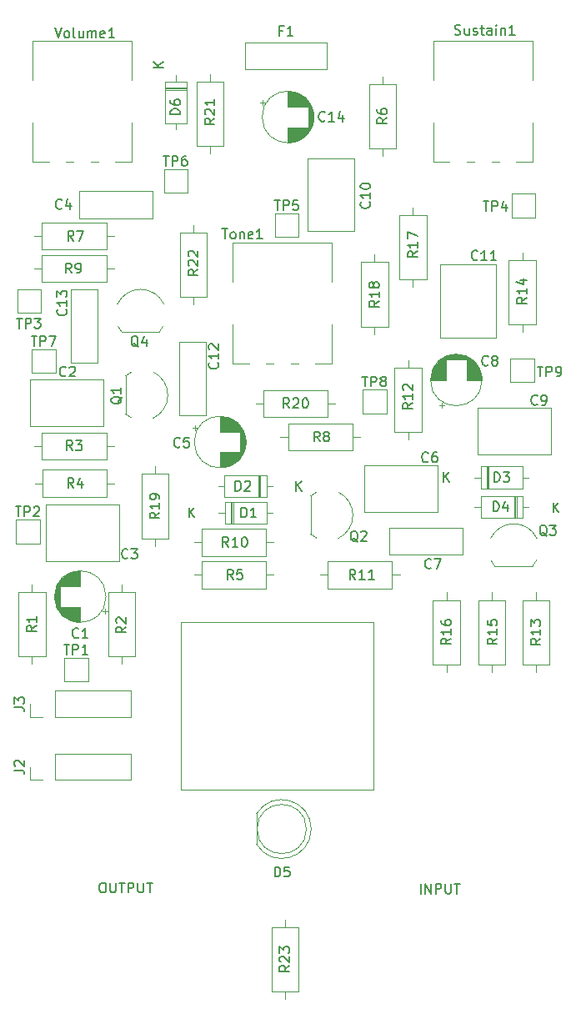
<source format=gbr>
G04 #@! TF.GenerationSoftware,KiCad,Pcbnew,5.1.9*
G04 #@! TF.CreationDate,2021-01-07T13:44:28+01:00*
G04 #@! TF.ProjectId,fuzzpedal,66757a7a-7065-4646-916c-2e6b69636164,rev?*
G04 #@! TF.SameCoordinates,Original*
G04 #@! TF.FileFunction,Legend,Top*
G04 #@! TF.FilePolarity,Positive*
%FSLAX46Y46*%
G04 Gerber Fmt 4.6, Leading zero omitted, Abs format (unit mm)*
G04 Created by KiCad (PCBNEW 5.1.9) date 2021-01-07 13:44:28*
%MOMM*%
%LPD*%
G01*
G04 APERTURE LIST*
%ADD10C,0.120000*%
%ADD11C,0.150000*%
G04 APERTURE END LIST*
D10*
X136800000Y-132400000D02*
X156400000Y-132400000D01*
X136800000Y-115400000D02*
X136800000Y-132400000D01*
X156400000Y-115400000D02*
X136800000Y-115400000D01*
X156400000Y-132400000D02*
X156400000Y-115400000D01*
X121779000Y-68620000D02*
X121779000Y-64683000D01*
X121779000Y-60316000D02*
X121779000Y-56380000D01*
X131820000Y-68620000D02*
X131820000Y-64683000D01*
X131820000Y-60316000D02*
X131820000Y-56380000D01*
X121779000Y-68620000D02*
X123429000Y-68620000D01*
X125171000Y-68620000D02*
X125930000Y-68620000D01*
X127671000Y-68620000D02*
X128430000Y-68620000D01*
X130170000Y-68620000D02*
X131820000Y-68620000D01*
X121779000Y-56380000D02*
X131820000Y-56380000D01*
X162479000Y-68620000D02*
X162479000Y-64683000D01*
X162479000Y-60316000D02*
X162479000Y-56380000D01*
X172520000Y-68620000D02*
X172520000Y-64683000D01*
X172520000Y-60316000D02*
X172520000Y-56380000D01*
X162479000Y-68620000D02*
X164129000Y-68620000D01*
X165871000Y-68620000D02*
X166630000Y-68620000D01*
X168371000Y-68620000D02*
X169130000Y-68620000D01*
X170870000Y-68620000D02*
X172520000Y-68620000D01*
X162479000Y-56380000D02*
X172520000Y-56380000D01*
X155130000Y-85390000D02*
X157870000Y-85390000D01*
X157870000Y-85390000D02*
X157870000Y-78850000D01*
X157870000Y-78850000D02*
X155130000Y-78850000D01*
X155130000Y-78850000D02*
X155130000Y-85390000D01*
X156500000Y-86160000D02*
X156500000Y-85390000D01*
X156500000Y-78080000D02*
X156500000Y-78850000D01*
X170400000Y-74300000D02*
X170400000Y-71900000D01*
X170400000Y-71900000D02*
X172800000Y-71900000D01*
X172800000Y-71900000D02*
X172800000Y-74300000D01*
X172800000Y-74300000D02*
X170400000Y-74300000D01*
X174420000Y-98370000D02*
X166980000Y-98370000D01*
X174420000Y-93630000D02*
X166980000Y-93630000D01*
X174420000Y-98370000D02*
X174420000Y-93630000D01*
X166980000Y-98370000D02*
X166980000Y-93630000D01*
X155480000Y-99430000D02*
X162920000Y-99430000D01*
X155480000Y-104170000D02*
X162920000Y-104170000D01*
X155480000Y-99430000D02*
X155480000Y-104170000D01*
X162920000Y-99430000D02*
X162920000Y-104170000D01*
X158290000Y-111970000D02*
X158290000Y-109230000D01*
X158290000Y-109230000D02*
X151750000Y-109230000D01*
X151750000Y-109230000D02*
X151750000Y-111970000D01*
X151750000Y-111970000D02*
X158290000Y-111970000D01*
X159060000Y-110600000D02*
X158290000Y-110600000D01*
X150980000Y-110600000D02*
X151750000Y-110600000D01*
X125630000Y-89020000D02*
X125630000Y-81580000D01*
X128370000Y-89020000D02*
X128370000Y-81580000D01*
X125630000Y-89020000D02*
X128370000Y-89020000D01*
X125630000Y-81580000D02*
X128370000Y-81580000D01*
X136630000Y-94420000D02*
X136630000Y-86980000D01*
X139370000Y-94420000D02*
X139370000Y-86980000D01*
X136630000Y-94420000D02*
X139370000Y-94420000D01*
X136630000Y-86980000D02*
X139370000Y-86980000D01*
X163130000Y-86520000D02*
X163130000Y-79080000D01*
X168870000Y-86520000D02*
X168870000Y-79080000D01*
X163130000Y-86520000D02*
X168870000Y-86520000D01*
X163130000Y-79080000D02*
X168870000Y-79080000D01*
X149730000Y-75720000D02*
X149730000Y-68280000D01*
X154470000Y-75720000D02*
X154470000Y-68280000D01*
X149730000Y-75720000D02*
X154470000Y-75720000D01*
X149730000Y-68280000D02*
X154470000Y-68280000D01*
X165420000Y-108570000D02*
X157980000Y-108570000D01*
X165420000Y-105830000D02*
X157980000Y-105830000D01*
X165420000Y-108570000D02*
X165420000Y-105830000D01*
X157980000Y-108570000D02*
X157980000Y-105830000D01*
X126480000Y-71630000D02*
X133920000Y-71630000D01*
X126480000Y-74370000D02*
X133920000Y-74370000D01*
X126480000Y-71630000D02*
X126480000Y-74370000D01*
X133920000Y-71630000D02*
X133920000Y-74370000D01*
X130520000Y-109170000D02*
X123080000Y-109170000D01*
X130520000Y-103430000D02*
X123080000Y-103430000D01*
X130520000Y-109170000D02*
X130520000Y-103430000D01*
X123080000Y-109170000D02*
X123080000Y-103430000D01*
X121480000Y-90730000D02*
X128920000Y-90730000D01*
X121480000Y-95470000D02*
X128920000Y-95470000D01*
X121480000Y-90730000D02*
X121480000Y-95470000D01*
X128920000Y-90730000D02*
X128920000Y-95470000D01*
X142079000Y-89120000D02*
X142079000Y-85183000D01*
X142079000Y-80816000D02*
X142079000Y-76880000D01*
X152120000Y-89120000D02*
X152120000Y-85183000D01*
X152120000Y-80816000D02*
X152120000Y-76880000D01*
X142079000Y-89120000D02*
X143729000Y-89120000D01*
X145471000Y-89120000D02*
X146230000Y-89120000D01*
X147971000Y-89120000D02*
X148730000Y-89120000D01*
X150470000Y-89120000D02*
X152120000Y-89120000D01*
X142079000Y-76880000D02*
X152120000Y-76880000D01*
X135100000Y-69400000D02*
X137500000Y-69400000D01*
X137500000Y-69400000D02*
X137500000Y-71800000D01*
X137500000Y-71800000D02*
X135100000Y-71800000D01*
X135100000Y-71800000D02*
X135100000Y-69400000D01*
X146400000Y-73900000D02*
X148800000Y-73900000D01*
X148800000Y-73900000D02*
X148800000Y-76300000D01*
X148800000Y-76300000D02*
X146400000Y-76300000D01*
X146400000Y-76300000D02*
X146400000Y-73900000D01*
X120200000Y-81600000D02*
X122600000Y-81600000D01*
X122600000Y-81600000D02*
X122600000Y-84000000D01*
X122600000Y-84000000D02*
X120200000Y-84000000D01*
X120200000Y-84000000D02*
X120200000Y-81600000D01*
X122500000Y-105000000D02*
X122500000Y-107400000D01*
X122500000Y-107400000D02*
X120100000Y-107400000D01*
X120100000Y-107400000D02*
X120100000Y-105000000D01*
X120100000Y-105000000D02*
X122500000Y-105000000D01*
X125000000Y-119000000D02*
X127400000Y-119000000D01*
X127400000Y-119000000D02*
X127400000Y-121400000D01*
X127400000Y-121400000D02*
X125000000Y-121400000D01*
X125000000Y-121400000D02*
X125000000Y-119000000D01*
X146030000Y-152890000D02*
X148770000Y-152890000D01*
X148770000Y-152890000D02*
X148770000Y-146350000D01*
X148770000Y-146350000D02*
X146030000Y-146350000D01*
X146030000Y-146350000D02*
X146030000Y-152890000D01*
X147400000Y-153660000D02*
X147400000Y-152890000D01*
X147400000Y-145580000D02*
X147400000Y-146350000D01*
X136730000Y-82390000D02*
X139470000Y-82390000D01*
X139470000Y-82390000D02*
X139470000Y-75850000D01*
X139470000Y-75850000D02*
X136730000Y-75850000D01*
X136730000Y-75850000D02*
X136730000Y-82390000D01*
X138100000Y-83160000D02*
X138100000Y-82390000D01*
X138100000Y-75080000D02*
X138100000Y-75850000D01*
X141170000Y-60510000D02*
X138430000Y-60510000D01*
X138430000Y-60510000D02*
X138430000Y-67050000D01*
X138430000Y-67050000D02*
X141170000Y-67050000D01*
X141170000Y-67050000D02*
X141170000Y-60510000D01*
X139800000Y-59740000D02*
X139800000Y-60510000D01*
X139800000Y-67820000D02*
X139800000Y-67050000D01*
X145210000Y-91830000D02*
X145210000Y-94570000D01*
X145210000Y-94570000D02*
X151750000Y-94570000D01*
X151750000Y-94570000D02*
X151750000Y-91830000D01*
X151750000Y-91830000D02*
X145210000Y-91830000D01*
X144440000Y-93200000D02*
X145210000Y-93200000D01*
X152520000Y-93200000D02*
X151750000Y-93200000D01*
X132830000Y-106890000D02*
X135570000Y-106890000D01*
X135570000Y-106890000D02*
X135570000Y-100350000D01*
X135570000Y-100350000D02*
X132830000Y-100350000D01*
X132830000Y-100350000D02*
X132830000Y-106890000D01*
X134200000Y-107660000D02*
X134200000Y-106890000D01*
X134200000Y-99580000D02*
X134200000Y-100350000D01*
X159030000Y-80590000D02*
X161770000Y-80590000D01*
X161770000Y-80590000D02*
X161770000Y-74050000D01*
X161770000Y-74050000D02*
X159030000Y-74050000D01*
X159030000Y-74050000D02*
X159030000Y-80590000D01*
X160400000Y-81360000D02*
X160400000Y-80590000D01*
X160400000Y-73280000D02*
X160400000Y-74050000D01*
X162430000Y-119690000D02*
X165170000Y-119690000D01*
X165170000Y-119690000D02*
X165170000Y-113150000D01*
X165170000Y-113150000D02*
X162430000Y-113150000D01*
X162430000Y-113150000D02*
X162430000Y-119690000D01*
X163800000Y-120460000D02*
X163800000Y-119690000D01*
X163800000Y-112380000D02*
X163800000Y-113150000D01*
X167030000Y-119690000D02*
X169770000Y-119690000D01*
X169770000Y-119690000D02*
X169770000Y-113150000D01*
X169770000Y-113150000D02*
X167030000Y-113150000D01*
X167030000Y-113150000D02*
X167030000Y-119690000D01*
X168400000Y-120460000D02*
X168400000Y-119690000D01*
X168400000Y-112380000D02*
X168400000Y-113150000D01*
X172870000Y-78610000D02*
X170130000Y-78610000D01*
X170130000Y-78610000D02*
X170130000Y-85150000D01*
X170130000Y-85150000D02*
X172870000Y-85150000D01*
X172870000Y-85150000D02*
X172870000Y-78610000D01*
X171500000Y-77840000D02*
X171500000Y-78610000D01*
X171500000Y-85920000D02*
X171500000Y-85150000D01*
X171530000Y-119690000D02*
X174270000Y-119690000D01*
X174270000Y-119690000D02*
X174270000Y-113150000D01*
X174270000Y-113150000D02*
X171530000Y-113150000D01*
X171530000Y-113150000D02*
X171530000Y-119690000D01*
X172900000Y-120460000D02*
X172900000Y-119690000D01*
X172900000Y-112380000D02*
X172900000Y-113150000D01*
X158530000Y-96090000D02*
X161270000Y-96090000D01*
X161270000Y-96090000D02*
X161270000Y-89550000D01*
X161270000Y-89550000D02*
X158530000Y-89550000D01*
X158530000Y-89550000D02*
X158530000Y-96090000D01*
X159900000Y-96860000D02*
X159900000Y-96090000D01*
X159900000Y-88780000D02*
X159900000Y-89550000D01*
X138910000Y-105930000D02*
X138910000Y-108670000D01*
X138910000Y-108670000D02*
X145450000Y-108670000D01*
X145450000Y-108670000D02*
X145450000Y-105930000D01*
X145450000Y-105930000D02*
X138910000Y-105930000D01*
X138140000Y-107300000D02*
X138910000Y-107300000D01*
X146220000Y-107300000D02*
X145450000Y-107300000D01*
X122710000Y-78130000D02*
X122710000Y-80870000D01*
X122710000Y-80870000D02*
X129250000Y-80870000D01*
X129250000Y-80870000D02*
X129250000Y-78130000D01*
X129250000Y-78130000D02*
X122710000Y-78130000D01*
X121940000Y-79500000D02*
X122710000Y-79500000D01*
X130020000Y-79500000D02*
X129250000Y-79500000D01*
X147710000Y-95230000D02*
X147710000Y-97970000D01*
X147710000Y-97970000D02*
X154250000Y-97970000D01*
X154250000Y-97970000D02*
X154250000Y-95230000D01*
X154250000Y-95230000D02*
X147710000Y-95230000D01*
X146940000Y-96600000D02*
X147710000Y-96600000D01*
X155020000Y-96600000D02*
X154250000Y-96600000D01*
X122710000Y-74830000D02*
X122710000Y-77570000D01*
X122710000Y-77570000D02*
X129250000Y-77570000D01*
X129250000Y-77570000D02*
X129250000Y-74830000D01*
X129250000Y-74830000D02*
X122710000Y-74830000D01*
X121940000Y-76200000D02*
X122710000Y-76200000D01*
X130020000Y-76200000D02*
X129250000Y-76200000D01*
X155930000Y-67290000D02*
X158670000Y-67290000D01*
X158670000Y-67290000D02*
X158670000Y-60750000D01*
X158670000Y-60750000D02*
X155930000Y-60750000D01*
X155930000Y-60750000D02*
X155930000Y-67290000D01*
X157300000Y-68060000D02*
X157300000Y-67290000D01*
X157300000Y-59980000D02*
X157300000Y-60750000D01*
X138910000Y-109230000D02*
X138910000Y-111970000D01*
X138910000Y-111970000D02*
X145450000Y-111970000D01*
X145450000Y-111970000D02*
X145450000Y-109230000D01*
X145450000Y-109230000D02*
X138910000Y-109230000D01*
X138140000Y-110600000D02*
X138910000Y-110600000D01*
X146220000Y-110600000D02*
X145450000Y-110600000D01*
X129290000Y-102670000D02*
X129290000Y-99930000D01*
X129290000Y-99930000D02*
X122750000Y-99930000D01*
X122750000Y-99930000D02*
X122750000Y-102670000D01*
X122750000Y-102670000D02*
X129290000Y-102670000D01*
X130060000Y-101300000D02*
X129290000Y-101300000D01*
X121980000Y-101300000D02*
X122750000Y-101300000D01*
X122710000Y-96130000D02*
X122710000Y-98870000D01*
X122710000Y-98870000D02*
X129250000Y-98870000D01*
X129250000Y-98870000D02*
X129250000Y-96130000D01*
X129250000Y-96130000D02*
X122710000Y-96130000D01*
X121940000Y-97500000D02*
X122710000Y-97500000D01*
X130020000Y-97500000D02*
X129250000Y-97500000D01*
X132170000Y-112310000D02*
X129430000Y-112310000D01*
X129430000Y-112310000D02*
X129430000Y-118850000D01*
X129430000Y-118850000D02*
X132170000Y-118850000D01*
X132170000Y-118850000D02*
X132170000Y-112310000D01*
X130800000Y-111540000D02*
X130800000Y-112310000D01*
X130800000Y-119620000D02*
X130800000Y-118850000D01*
X123070000Y-112310000D02*
X120330000Y-112310000D01*
X120330000Y-112310000D02*
X120330000Y-118850000D01*
X120330000Y-118850000D02*
X123070000Y-118850000D01*
X123070000Y-118850000D02*
X123070000Y-112310000D01*
X121700000Y-111540000D02*
X121700000Y-112310000D01*
X121700000Y-119620000D02*
X121700000Y-118850000D01*
X137420000Y-60490000D02*
X135180000Y-60490000D01*
X135180000Y-60490000D02*
X135180000Y-64730000D01*
X135180000Y-64730000D02*
X137420000Y-64730000D01*
X137420000Y-64730000D02*
X137420000Y-60490000D01*
X136300000Y-59840000D02*
X136300000Y-60490000D01*
X136300000Y-65380000D02*
X136300000Y-64730000D01*
X137420000Y-61210000D02*
X135180000Y-61210000D01*
X137420000Y-61330000D02*
X135180000Y-61330000D01*
X137420000Y-61090000D02*
X135180000Y-61090000D01*
X149570000Y-136400000D02*
G75*
G03*
X149570000Y-136400000I-2500000J0D01*
G01*
X144510000Y-134855000D02*
X144510000Y-137945000D01*
X150060000Y-136399538D02*
G75*
G02*
X144510000Y-137944830I-2990000J-462D01*
G01*
X150060000Y-136400462D02*
G75*
G03*
X144510000Y-134855170I-2990000J462D01*
G01*
X171510000Y-104820000D02*
X171510000Y-102580000D01*
X171510000Y-102580000D02*
X167270000Y-102580000D01*
X167270000Y-102580000D02*
X167270000Y-104820000D01*
X167270000Y-104820000D02*
X171510000Y-104820000D01*
X172160000Y-103700000D02*
X171510000Y-103700000D01*
X166620000Y-103700000D02*
X167270000Y-103700000D01*
X170790000Y-104820000D02*
X170790000Y-102580000D01*
X170670000Y-104820000D02*
X170670000Y-102580000D01*
X170910000Y-104820000D02*
X170910000Y-102580000D01*
X167270000Y-99580000D02*
X167270000Y-101820000D01*
X167270000Y-101820000D02*
X171510000Y-101820000D01*
X171510000Y-101820000D02*
X171510000Y-99580000D01*
X171510000Y-99580000D02*
X167270000Y-99580000D01*
X166620000Y-100700000D02*
X167270000Y-100700000D01*
X172160000Y-100700000D02*
X171510000Y-100700000D01*
X167990000Y-99580000D02*
X167990000Y-101820000D01*
X168110000Y-99580000D02*
X168110000Y-101820000D01*
X167870000Y-99580000D02*
X167870000Y-101820000D01*
X145510000Y-102720000D02*
X145510000Y-100480000D01*
X145510000Y-100480000D02*
X141270000Y-100480000D01*
X141270000Y-100480000D02*
X141270000Y-102720000D01*
X141270000Y-102720000D02*
X145510000Y-102720000D01*
X146160000Y-101600000D02*
X145510000Y-101600000D01*
X140620000Y-101600000D02*
X141270000Y-101600000D01*
X144790000Y-102720000D02*
X144790000Y-100480000D01*
X144670000Y-102720000D02*
X144670000Y-100480000D01*
X144910000Y-102720000D02*
X144910000Y-100480000D01*
X141290000Y-103180000D02*
X141290000Y-105420000D01*
X141290000Y-105420000D02*
X145530000Y-105420000D01*
X145530000Y-105420000D02*
X145530000Y-103180000D01*
X145530000Y-103180000D02*
X141290000Y-103180000D01*
X140640000Y-104300000D02*
X141290000Y-104300000D01*
X146180000Y-104300000D02*
X145530000Y-104300000D01*
X142010000Y-103180000D02*
X142010000Y-105420000D01*
X142130000Y-103180000D02*
X142130000Y-105420000D01*
X141890000Y-103180000D02*
X141890000Y-105420000D01*
X167420000Y-90800000D02*
G75*
G03*
X167420000Y-90800000I-2620000J0D01*
G01*
X165840000Y-90800000D02*
X167380000Y-90800000D01*
X162220000Y-90800000D02*
X163760000Y-90800000D01*
X165840000Y-90760000D02*
X167380000Y-90760000D01*
X162220000Y-90760000D02*
X163760000Y-90760000D01*
X162221000Y-90720000D02*
X163760000Y-90720000D01*
X165840000Y-90720000D02*
X167379000Y-90720000D01*
X162222000Y-90680000D02*
X163760000Y-90680000D01*
X165840000Y-90680000D02*
X167378000Y-90680000D01*
X162224000Y-90640000D02*
X163760000Y-90640000D01*
X165840000Y-90640000D02*
X167376000Y-90640000D01*
X162227000Y-90600000D02*
X163760000Y-90600000D01*
X165840000Y-90600000D02*
X167373000Y-90600000D01*
X162231000Y-90560000D02*
X163760000Y-90560000D01*
X165840000Y-90560000D02*
X167369000Y-90560000D01*
X162235000Y-90520000D02*
X163760000Y-90520000D01*
X165840000Y-90520000D02*
X167365000Y-90520000D01*
X162239000Y-90480000D02*
X163760000Y-90480000D01*
X165840000Y-90480000D02*
X167361000Y-90480000D01*
X162244000Y-90440000D02*
X163760000Y-90440000D01*
X165840000Y-90440000D02*
X167356000Y-90440000D01*
X162250000Y-90400000D02*
X163760000Y-90400000D01*
X165840000Y-90400000D02*
X167350000Y-90400000D01*
X162257000Y-90360000D02*
X163760000Y-90360000D01*
X165840000Y-90360000D02*
X167343000Y-90360000D01*
X162264000Y-90320000D02*
X163760000Y-90320000D01*
X165840000Y-90320000D02*
X167336000Y-90320000D01*
X162272000Y-90280000D02*
X163760000Y-90280000D01*
X165840000Y-90280000D02*
X167328000Y-90280000D01*
X162280000Y-90240000D02*
X163760000Y-90240000D01*
X165840000Y-90240000D02*
X167320000Y-90240000D01*
X162289000Y-90200000D02*
X163760000Y-90200000D01*
X165840000Y-90200000D02*
X167311000Y-90200000D01*
X162299000Y-90160000D02*
X163760000Y-90160000D01*
X165840000Y-90160000D02*
X167301000Y-90160000D01*
X162309000Y-90120000D02*
X163760000Y-90120000D01*
X165840000Y-90120000D02*
X167291000Y-90120000D01*
X162320000Y-90079000D02*
X163760000Y-90079000D01*
X165840000Y-90079000D02*
X167280000Y-90079000D01*
X162332000Y-90039000D02*
X163760000Y-90039000D01*
X165840000Y-90039000D02*
X167268000Y-90039000D01*
X162345000Y-89999000D02*
X163760000Y-89999000D01*
X165840000Y-89999000D02*
X167255000Y-89999000D01*
X162358000Y-89959000D02*
X163760000Y-89959000D01*
X165840000Y-89959000D02*
X167242000Y-89959000D01*
X162372000Y-89919000D02*
X163760000Y-89919000D01*
X165840000Y-89919000D02*
X167228000Y-89919000D01*
X162386000Y-89879000D02*
X163760000Y-89879000D01*
X165840000Y-89879000D02*
X167214000Y-89879000D01*
X162402000Y-89839000D02*
X163760000Y-89839000D01*
X165840000Y-89839000D02*
X167198000Y-89839000D01*
X162418000Y-89799000D02*
X163760000Y-89799000D01*
X165840000Y-89799000D02*
X167182000Y-89799000D01*
X162435000Y-89759000D02*
X163760000Y-89759000D01*
X165840000Y-89759000D02*
X167165000Y-89759000D01*
X162452000Y-89719000D02*
X163760000Y-89719000D01*
X165840000Y-89719000D02*
X167148000Y-89719000D01*
X162471000Y-89679000D02*
X163760000Y-89679000D01*
X165840000Y-89679000D02*
X167129000Y-89679000D01*
X162490000Y-89639000D02*
X163760000Y-89639000D01*
X165840000Y-89639000D02*
X167110000Y-89639000D01*
X162510000Y-89599000D02*
X163760000Y-89599000D01*
X165840000Y-89599000D02*
X167090000Y-89599000D01*
X162532000Y-89559000D02*
X163760000Y-89559000D01*
X165840000Y-89559000D02*
X167068000Y-89559000D01*
X162553000Y-89519000D02*
X163760000Y-89519000D01*
X165840000Y-89519000D02*
X167047000Y-89519000D01*
X162576000Y-89479000D02*
X163760000Y-89479000D01*
X165840000Y-89479000D02*
X167024000Y-89479000D01*
X162600000Y-89439000D02*
X163760000Y-89439000D01*
X165840000Y-89439000D02*
X167000000Y-89439000D01*
X162625000Y-89399000D02*
X163760000Y-89399000D01*
X165840000Y-89399000D02*
X166975000Y-89399000D01*
X162651000Y-89359000D02*
X163760000Y-89359000D01*
X165840000Y-89359000D02*
X166949000Y-89359000D01*
X162678000Y-89319000D02*
X163760000Y-89319000D01*
X165840000Y-89319000D02*
X166922000Y-89319000D01*
X162705000Y-89279000D02*
X163760000Y-89279000D01*
X165840000Y-89279000D02*
X166895000Y-89279000D01*
X162735000Y-89239000D02*
X163760000Y-89239000D01*
X165840000Y-89239000D02*
X166865000Y-89239000D01*
X162765000Y-89199000D02*
X163760000Y-89199000D01*
X165840000Y-89199000D02*
X166835000Y-89199000D01*
X162796000Y-89159000D02*
X163760000Y-89159000D01*
X165840000Y-89159000D02*
X166804000Y-89159000D01*
X162829000Y-89119000D02*
X163760000Y-89119000D01*
X165840000Y-89119000D02*
X166771000Y-89119000D01*
X162863000Y-89079000D02*
X163760000Y-89079000D01*
X165840000Y-89079000D02*
X166737000Y-89079000D01*
X162899000Y-89039000D02*
X163760000Y-89039000D01*
X165840000Y-89039000D02*
X166701000Y-89039000D01*
X162936000Y-88999000D02*
X163760000Y-88999000D01*
X165840000Y-88999000D02*
X166664000Y-88999000D01*
X162974000Y-88959000D02*
X163760000Y-88959000D01*
X165840000Y-88959000D02*
X166626000Y-88959000D01*
X163015000Y-88919000D02*
X163760000Y-88919000D01*
X165840000Y-88919000D02*
X166585000Y-88919000D01*
X163057000Y-88879000D02*
X163760000Y-88879000D01*
X165840000Y-88879000D02*
X166543000Y-88879000D01*
X163101000Y-88839000D02*
X163760000Y-88839000D01*
X165840000Y-88839000D02*
X166499000Y-88839000D01*
X163147000Y-88799000D02*
X163760000Y-88799000D01*
X165840000Y-88799000D02*
X166453000Y-88799000D01*
X163195000Y-88759000D02*
X166405000Y-88759000D01*
X163246000Y-88719000D02*
X166354000Y-88719000D01*
X163300000Y-88679000D02*
X166300000Y-88679000D01*
X163357000Y-88639000D02*
X166243000Y-88639000D01*
X163417000Y-88599000D02*
X166183000Y-88599000D01*
X163481000Y-88559000D02*
X166119000Y-88559000D01*
X163549000Y-88519000D02*
X166051000Y-88519000D01*
X163622000Y-88479000D02*
X165978000Y-88479000D01*
X163702000Y-88439000D02*
X165898000Y-88439000D01*
X163789000Y-88399000D02*
X165811000Y-88399000D01*
X163885000Y-88359000D02*
X165715000Y-88359000D01*
X163995000Y-88319000D02*
X165605000Y-88319000D01*
X164123000Y-88279000D02*
X165477000Y-88279000D01*
X164282000Y-88239000D02*
X165318000Y-88239000D01*
X164516000Y-88199000D02*
X165084000Y-88199000D01*
X163325000Y-93604775D02*
X163325000Y-93104775D01*
X163075000Y-93354775D02*
X163575000Y-93354775D01*
X143420000Y-97100000D02*
G75*
G03*
X143420000Y-97100000I-2620000J0D01*
G01*
X140800000Y-98140000D02*
X140800000Y-99680000D01*
X140800000Y-94520000D02*
X140800000Y-96060000D01*
X140840000Y-98140000D02*
X140840000Y-99680000D01*
X140840000Y-94520000D02*
X140840000Y-96060000D01*
X140880000Y-94521000D02*
X140880000Y-96060000D01*
X140880000Y-98140000D02*
X140880000Y-99679000D01*
X140920000Y-94522000D02*
X140920000Y-96060000D01*
X140920000Y-98140000D02*
X140920000Y-99678000D01*
X140960000Y-94524000D02*
X140960000Y-96060000D01*
X140960000Y-98140000D02*
X140960000Y-99676000D01*
X141000000Y-94527000D02*
X141000000Y-96060000D01*
X141000000Y-98140000D02*
X141000000Y-99673000D01*
X141040000Y-94531000D02*
X141040000Y-96060000D01*
X141040000Y-98140000D02*
X141040000Y-99669000D01*
X141080000Y-94535000D02*
X141080000Y-96060000D01*
X141080000Y-98140000D02*
X141080000Y-99665000D01*
X141120000Y-94539000D02*
X141120000Y-96060000D01*
X141120000Y-98140000D02*
X141120000Y-99661000D01*
X141160000Y-94544000D02*
X141160000Y-96060000D01*
X141160000Y-98140000D02*
X141160000Y-99656000D01*
X141200000Y-94550000D02*
X141200000Y-96060000D01*
X141200000Y-98140000D02*
X141200000Y-99650000D01*
X141240000Y-94557000D02*
X141240000Y-96060000D01*
X141240000Y-98140000D02*
X141240000Y-99643000D01*
X141280000Y-94564000D02*
X141280000Y-96060000D01*
X141280000Y-98140000D02*
X141280000Y-99636000D01*
X141320000Y-94572000D02*
X141320000Y-96060000D01*
X141320000Y-98140000D02*
X141320000Y-99628000D01*
X141360000Y-94580000D02*
X141360000Y-96060000D01*
X141360000Y-98140000D02*
X141360000Y-99620000D01*
X141400000Y-94589000D02*
X141400000Y-96060000D01*
X141400000Y-98140000D02*
X141400000Y-99611000D01*
X141440000Y-94599000D02*
X141440000Y-96060000D01*
X141440000Y-98140000D02*
X141440000Y-99601000D01*
X141480000Y-94609000D02*
X141480000Y-96060000D01*
X141480000Y-98140000D02*
X141480000Y-99591000D01*
X141521000Y-94620000D02*
X141521000Y-96060000D01*
X141521000Y-98140000D02*
X141521000Y-99580000D01*
X141561000Y-94632000D02*
X141561000Y-96060000D01*
X141561000Y-98140000D02*
X141561000Y-99568000D01*
X141601000Y-94645000D02*
X141601000Y-96060000D01*
X141601000Y-98140000D02*
X141601000Y-99555000D01*
X141641000Y-94658000D02*
X141641000Y-96060000D01*
X141641000Y-98140000D02*
X141641000Y-99542000D01*
X141681000Y-94672000D02*
X141681000Y-96060000D01*
X141681000Y-98140000D02*
X141681000Y-99528000D01*
X141721000Y-94686000D02*
X141721000Y-96060000D01*
X141721000Y-98140000D02*
X141721000Y-99514000D01*
X141761000Y-94702000D02*
X141761000Y-96060000D01*
X141761000Y-98140000D02*
X141761000Y-99498000D01*
X141801000Y-94718000D02*
X141801000Y-96060000D01*
X141801000Y-98140000D02*
X141801000Y-99482000D01*
X141841000Y-94735000D02*
X141841000Y-96060000D01*
X141841000Y-98140000D02*
X141841000Y-99465000D01*
X141881000Y-94752000D02*
X141881000Y-96060000D01*
X141881000Y-98140000D02*
X141881000Y-99448000D01*
X141921000Y-94771000D02*
X141921000Y-96060000D01*
X141921000Y-98140000D02*
X141921000Y-99429000D01*
X141961000Y-94790000D02*
X141961000Y-96060000D01*
X141961000Y-98140000D02*
X141961000Y-99410000D01*
X142001000Y-94810000D02*
X142001000Y-96060000D01*
X142001000Y-98140000D02*
X142001000Y-99390000D01*
X142041000Y-94832000D02*
X142041000Y-96060000D01*
X142041000Y-98140000D02*
X142041000Y-99368000D01*
X142081000Y-94853000D02*
X142081000Y-96060000D01*
X142081000Y-98140000D02*
X142081000Y-99347000D01*
X142121000Y-94876000D02*
X142121000Y-96060000D01*
X142121000Y-98140000D02*
X142121000Y-99324000D01*
X142161000Y-94900000D02*
X142161000Y-96060000D01*
X142161000Y-98140000D02*
X142161000Y-99300000D01*
X142201000Y-94925000D02*
X142201000Y-96060000D01*
X142201000Y-98140000D02*
X142201000Y-99275000D01*
X142241000Y-94951000D02*
X142241000Y-96060000D01*
X142241000Y-98140000D02*
X142241000Y-99249000D01*
X142281000Y-94978000D02*
X142281000Y-96060000D01*
X142281000Y-98140000D02*
X142281000Y-99222000D01*
X142321000Y-95005000D02*
X142321000Y-96060000D01*
X142321000Y-98140000D02*
X142321000Y-99195000D01*
X142361000Y-95035000D02*
X142361000Y-96060000D01*
X142361000Y-98140000D02*
X142361000Y-99165000D01*
X142401000Y-95065000D02*
X142401000Y-96060000D01*
X142401000Y-98140000D02*
X142401000Y-99135000D01*
X142441000Y-95096000D02*
X142441000Y-96060000D01*
X142441000Y-98140000D02*
X142441000Y-99104000D01*
X142481000Y-95129000D02*
X142481000Y-96060000D01*
X142481000Y-98140000D02*
X142481000Y-99071000D01*
X142521000Y-95163000D02*
X142521000Y-96060000D01*
X142521000Y-98140000D02*
X142521000Y-99037000D01*
X142561000Y-95199000D02*
X142561000Y-96060000D01*
X142561000Y-98140000D02*
X142561000Y-99001000D01*
X142601000Y-95236000D02*
X142601000Y-96060000D01*
X142601000Y-98140000D02*
X142601000Y-98964000D01*
X142641000Y-95274000D02*
X142641000Y-96060000D01*
X142641000Y-98140000D02*
X142641000Y-98926000D01*
X142681000Y-95315000D02*
X142681000Y-96060000D01*
X142681000Y-98140000D02*
X142681000Y-98885000D01*
X142721000Y-95357000D02*
X142721000Y-96060000D01*
X142721000Y-98140000D02*
X142721000Y-98843000D01*
X142761000Y-95401000D02*
X142761000Y-96060000D01*
X142761000Y-98140000D02*
X142761000Y-98799000D01*
X142801000Y-95447000D02*
X142801000Y-96060000D01*
X142801000Y-98140000D02*
X142801000Y-98753000D01*
X142841000Y-95495000D02*
X142841000Y-98705000D01*
X142881000Y-95546000D02*
X142881000Y-98654000D01*
X142921000Y-95600000D02*
X142921000Y-98600000D01*
X142961000Y-95657000D02*
X142961000Y-98543000D01*
X143001000Y-95717000D02*
X143001000Y-98483000D01*
X143041000Y-95781000D02*
X143041000Y-98419000D01*
X143081000Y-95849000D02*
X143081000Y-98351000D01*
X143121000Y-95922000D02*
X143121000Y-98278000D01*
X143161000Y-96002000D02*
X143161000Y-98198000D01*
X143201000Y-96089000D02*
X143201000Y-98111000D01*
X143241000Y-96185000D02*
X143241000Y-98015000D01*
X143281000Y-96295000D02*
X143281000Y-97905000D01*
X143321000Y-96423000D02*
X143321000Y-97777000D01*
X143361000Y-96582000D02*
X143361000Y-97618000D01*
X143401000Y-96816000D02*
X143401000Y-97384000D01*
X137995225Y-95625000D02*
X138495225Y-95625000D01*
X138245225Y-95375000D02*
X138245225Y-95875000D01*
X129220000Y-112800000D02*
G75*
G03*
X129220000Y-112800000I-2620000J0D01*
G01*
X126600000Y-111760000D02*
X126600000Y-110220000D01*
X126600000Y-115380000D02*
X126600000Y-113840000D01*
X126560000Y-111760000D02*
X126560000Y-110220000D01*
X126560000Y-115380000D02*
X126560000Y-113840000D01*
X126520000Y-115379000D02*
X126520000Y-113840000D01*
X126520000Y-111760000D02*
X126520000Y-110221000D01*
X126480000Y-115378000D02*
X126480000Y-113840000D01*
X126480000Y-111760000D02*
X126480000Y-110222000D01*
X126440000Y-115376000D02*
X126440000Y-113840000D01*
X126440000Y-111760000D02*
X126440000Y-110224000D01*
X126400000Y-115373000D02*
X126400000Y-113840000D01*
X126400000Y-111760000D02*
X126400000Y-110227000D01*
X126360000Y-115369000D02*
X126360000Y-113840000D01*
X126360000Y-111760000D02*
X126360000Y-110231000D01*
X126320000Y-115365000D02*
X126320000Y-113840000D01*
X126320000Y-111760000D02*
X126320000Y-110235000D01*
X126280000Y-115361000D02*
X126280000Y-113840000D01*
X126280000Y-111760000D02*
X126280000Y-110239000D01*
X126240000Y-115356000D02*
X126240000Y-113840000D01*
X126240000Y-111760000D02*
X126240000Y-110244000D01*
X126200000Y-115350000D02*
X126200000Y-113840000D01*
X126200000Y-111760000D02*
X126200000Y-110250000D01*
X126160000Y-115343000D02*
X126160000Y-113840000D01*
X126160000Y-111760000D02*
X126160000Y-110257000D01*
X126120000Y-115336000D02*
X126120000Y-113840000D01*
X126120000Y-111760000D02*
X126120000Y-110264000D01*
X126080000Y-115328000D02*
X126080000Y-113840000D01*
X126080000Y-111760000D02*
X126080000Y-110272000D01*
X126040000Y-115320000D02*
X126040000Y-113840000D01*
X126040000Y-111760000D02*
X126040000Y-110280000D01*
X126000000Y-115311000D02*
X126000000Y-113840000D01*
X126000000Y-111760000D02*
X126000000Y-110289000D01*
X125960000Y-115301000D02*
X125960000Y-113840000D01*
X125960000Y-111760000D02*
X125960000Y-110299000D01*
X125920000Y-115291000D02*
X125920000Y-113840000D01*
X125920000Y-111760000D02*
X125920000Y-110309000D01*
X125879000Y-115280000D02*
X125879000Y-113840000D01*
X125879000Y-111760000D02*
X125879000Y-110320000D01*
X125839000Y-115268000D02*
X125839000Y-113840000D01*
X125839000Y-111760000D02*
X125839000Y-110332000D01*
X125799000Y-115255000D02*
X125799000Y-113840000D01*
X125799000Y-111760000D02*
X125799000Y-110345000D01*
X125759000Y-115242000D02*
X125759000Y-113840000D01*
X125759000Y-111760000D02*
X125759000Y-110358000D01*
X125719000Y-115228000D02*
X125719000Y-113840000D01*
X125719000Y-111760000D02*
X125719000Y-110372000D01*
X125679000Y-115214000D02*
X125679000Y-113840000D01*
X125679000Y-111760000D02*
X125679000Y-110386000D01*
X125639000Y-115198000D02*
X125639000Y-113840000D01*
X125639000Y-111760000D02*
X125639000Y-110402000D01*
X125599000Y-115182000D02*
X125599000Y-113840000D01*
X125599000Y-111760000D02*
X125599000Y-110418000D01*
X125559000Y-115165000D02*
X125559000Y-113840000D01*
X125559000Y-111760000D02*
X125559000Y-110435000D01*
X125519000Y-115148000D02*
X125519000Y-113840000D01*
X125519000Y-111760000D02*
X125519000Y-110452000D01*
X125479000Y-115129000D02*
X125479000Y-113840000D01*
X125479000Y-111760000D02*
X125479000Y-110471000D01*
X125439000Y-115110000D02*
X125439000Y-113840000D01*
X125439000Y-111760000D02*
X125439000Y-110490000D01*
X125399000Y-115090000D02*
X125399000Y-113840000D01*
X125399000Y-111760000D02*
X125399000Y-110510000D01*
X125359000Y-115068000D02*
X125359000Y-113840000D01*
X125359000Y-111760000D02*
X125359000Y-110532000D01*
X125319000Y-115047000D02*
X125319000Y-113840000D01*
X125319000Y-111760000D02*
X125319000Y-110553000D01*
X125279000Y-115024000D02*
X125279000Y-113840000D01*
X125279000Y-111760000D02*
X125279000Y-110576000D01*
X125239000Y-115000000D02*
X125239000Y-113840000D01*
X125239000Y-111760000D02*
X125239000Y-110600000D01*
X125199000Y-114975000D02*
X125199000Y-113840000D01*
X125199000Y-111760000D02*
X125199000Y-110625000D01*
X125159000Y-114949000D02*
X125159000Y-113840000D01*
X125159000Y-111760000D02*
X125159000Y-110651000D01*
X125119000Y-114922000D02*
X125119000Y-113840000D01*
X125119000Y-111760000D02*
X125119000Y-110678000D01*
X125079000Y-114895000D02*
X125079000Y-113840000D01*
X125079000Y-111760000D02*
X125079000Y-110705000D01*
X125039000Y-114865000D02*
X125039000Y-113840000D01*
X125039000Y-111760000D02*
X125039000Y-110735000D01*
X124999000Y-114835000D02*
X124999000Y-113840000D01*
X124999000Y-111760000D02*
X124999000Y-110765000D01*
X124959000Y-114804000D02*
X124959000Y-113840000D01*
X124959000Y-111760000D02*
X124959000Y-110796000D01*
X124919000Y-114771000D02*
X124919000Y-113840000D01*
X124919000Y-111760000D02*
X124919000Y-110829000D01*
X124879000Y-114737000D02*
X124879000Y-113840000D01*
X124879000Y-111760000D02*
X124879000Y-110863000D01*
X124839000Y-114701000D02*
X124839000Y-113840000D01*
X124839000Y-111760000D02*
X124839000Y-110899000D01*
X124799000Y-114664000D02*
X124799000Y-113840000D01*
X124799000Y-111760000D02*
X124799000Y-110936000D01*
X124759000Y-114626000D02*
X124759000Y-113840000D01*
X124759000Y-111760000D02*
X124759000Y-110974000D01*
X124719000Y-114585000D02*
X124719000Y-113840000D01*
X124719000Y-111760000D02*
X124719000Y-111015000D01*
X124679000Y-114543000D02*
X124679000Y-113840000D01*
X124679000Y-111760000D02*
X124679000Y-111057000D01*
X124639000Y-114499000D02*
X124639000Y-113840000D01*
X124639000Y-111760000D02*
X124639000Y-111101000D01*
X124599000Y-114453000D02*
X124599000Y-113840000D01*
X124599000Y-111760000D02*
X124599000Y-111147000D01*
X124559000Y-114405000D02*
X124559000Y-111195000D01*
X124519000Y-114354000D02*
X124519000Y-111246000D01*
X124479000Y-114300000D02*
X124479000Y-111300000D01*
X124439000Y-114243000D02*
X124439000Y-111357000D01*
X124399000Y-114183000D02*
X124399000Y-111417000D01*
X124359000Y-114119000D02*
X124359000Y-111481000D01*
X124319000Y-114051000D02*
X124319000Y-111549000D01*
X124279000Y-113978000D02*
X124279000Y-111622000D01*
X124239000Y-113898000D02*
X124239000Y-111702000D01*
X124199000Y-113811000D02*
X124199000Y-111789000D01*
X124159000Y-113715000D02*
X124159000Y-111885000D01*
X124119000Y-113605000D02*
X124119000Y-111995000D01*
X124079000Y-113477000D02*
X124079000Y-112123000D01*
X124039000Y-113318000D02*
X124039000Y-112282000D01*
X123999000Y-113084000D02*
X123999000Y-112516000D01*
X129404775Y-114275000D02*
X128904775Y-114275000D01*
X129154775Y-114525000D02*
X129154775Y-114025000D01*
X145145225Y-62375000D02*
X145145225Y-62875000D01*
X144895225Y-62625000D02*
X145395225Y-62625000D01*
X150301000Y-63816000D02*
X150301000Y-64384000D01*
X150261000Y-63582000D02*
X150261000Y-64618000D01*
X150221000Y-63423000D02*
X150221000Y-64777000D01*
X150181000Y-63295000D02*
X150181000Y-64905000D01*
X150141000Y-63185000D02*
X150141000Y-65015000D01*
X150101000Y-63089000D02*
X150101000Y-65111000D01*
X150061000Y-63002000D02*
X150061000Y-65198000D01*
X150021000Y-62922000D02*
X150021000Y-65278000D01*
X149981000Y-62849000D02*
X149981000Y-65351000D01*
X149941000Y-62781000D02*
X149941000Y-65419000D01*
X149901000Y-62717000D02*
X149901000Y-65483000D01*
X149861000Y-62657000D02*
X149861000Y-65543000D01*
X149821000Y-62600000D02*
X149821000Y-65600000D01*
X149781000Y-62546000D02*
X149781000Y-65654000D01*
X149741000Y-62495000D02*
X149741000Y-65705000D01*
X149701000Y-65140000D02*
X149701000Y-65753000D01*
X149701000Y-62447000D02*
X149701000Y-63060000D01*
X149661000Y-65140000D02*
X149661000Y-65799000D01*
X149661000Y-62401000D02*
X149661000Y-63060000D01*
X149621000Y-65140000D02*
X149621000Y-65843000D01*
X149621000Y-62357000D02*
X149621000Y-63060000D01*
X149581000Y-65140000D02*
X149581000Y-65885000D01*
X149581000Y-62315000D02*
X149581000Y-63060000D01*
X149541000Y-65140000D02*
X149541000Y-65926000D01*
X149541000Y-62274000D02*
X149541000Y-63060000D01*
X149501000Y-65140000D02*
X149501000Y-65964000D01*
X149501000Y-62236000D02*
X149501000Y-63060000D01*
X149461000Y-65140000D02*
X149461000Y-66001000D01*
X149461000Y-62199000D02*
X149461000Y-63060000D01*
X149421000Y-65140000D02*
X149421000Y-66037000D01*
X149421000Y-62163000D02*
X149421000Y-63060000D01*
X149381000Y-65140000D02*
X149381000Y-66071000D01*
X149381000Y-62129000D02*
X149381000Y-63060000D01*
X149341000Y-65140000D02*
X149341000Y-66104000D01*
X149341000Y-62096000D02*
X149341000Y-63060000D01*
X149301000Y-65140000D02*
X149301000Y-66135000D01*
X149301000Y-62065000D02*
X149301000Y-63060000D01*
X149261000Y-65140000D02*
X149261000Y-66165000D01*
X149261000Y-62035000D02*
X149261000Y-63060000D01*
X149221000Y-65140000D02*
X149221000Y-66195000D01*
X149221000Y-62005000D02*
X149221000Y-63060000D01*
X149181000Y-65140000D02*
X149181000Y-66222000D01*
X149181000Y-61978000D02*
X149181000Y-63060000D01*
X149141000Y-65140000D02*
X149141000Y-66249000D01*
X149141000Y-61951000D02*
X149141000Y-63060000D01*
X149101000Y-65140000D02*
X149101000Y-66275000D01*
X149101000Y-61925000D02*
X149101000Y-63060000D01*
X149061000Y-65140000D02*
X149061000Y-66300000D01*
X149061000Y-61900000D02*
X149061000Y-63060000D01*
X149021000Y-65140000D02*
X149021000Y-66324000D01*
X149021000Y-61876000D02*
X149021000Y-63060000D01*
X148981000Y-65140000D02*
X148981000Y-66347000D01*
X148981000Y-61853000D02*
X148981000Y-63060000D01*
X148941000Y-65140000D02*
X148941000Y-66368000D01*
X148941000Y-61832000D02*
X148941000Y-63060000D01*
X148901000Y-65140000D02*
X148901000Y-66390000D01*
X148901000Y-61810000D02*
X148901000Y-63060000D01*
X148861000Y-65140000D02*
X148861000Y-66410000D01*
X148861000Y-61790000D02*
X148861000Y-63060000D01*
X148821000Y-65140000D02*
X148821000Y-66429000D01*
X148821000Y-61771000D02*
X148821000Y-63060000D01*
X148781000Y-65140000D02*
X148781000Y-66448000D01*
X148781000Y-61752000D02*
X148781000Y-63060000D01*
X148741000Y-65140000D02*
X148741000Y-66465000D01*
X148741000Y-61735000D02*
X148741000Y-63060000D01*
X148701000Y-65140000D02*
X148701000Y-66482000D01*
X148701000Y-61718000D02*
X148701000Y-63060000D01*
X148661000Y-65140000D02*
X148661000Y-66498000D01*
X148661000Y-61702000D02*
X148661000Y-63060000D01*
X148621000Y-65140000D02*
X148621000Y-66514000D01*
X148621000Y-61686000D02*
X148621000Y-63060000D01*
X148581000Y-65140000D02*
X148581000Y-66528000D01*
X148581000Y-61672000D02*
X148581000Y-63060000D01*
X148541000Y-65140000D02*
X148541000Y-66542000D01*
X148541000Y-61658000D02*
X148541000Y-63060000D01*
X148501000Y-65140000D02*
X148501000Y-66555000D01*
X148501000Y-61645000D02*
X148501000Y-63060000D01*
X148461000Y-65140000D02*
X148461000Y-66568000D01*
X148461000Y-61632000D02*
X148461000Y-63060000D01*
X148421000Y-65140000D02*
X148421000Y-66580000D01*
X148421000Y-61620000D02*
X148421000Y-63060000D01*
X148380000Y-65140000D02*
X148380000Y-66591000D01*
X148380000Y-61609000D02*
X148380000Y-63060000D01*
X148340000Y-65140000D02*
X148340000Y-66601000D01*
X148340000Y-61599000D02*
X148340000Y-63060000D01*
X148300000Y-65140000D02*
X148300000Y-66611000D01*
X148300000Y-61589000D02*
X148300000Y-63060000D01*
X148260000Y-65140000D02*
X148260000Y-66620000D01*
X148260000Y-61580000D02*
X148260000Y-63060000D01*
X148220000Y-65140000D02*
X148220000Y-66628000D01*
X148220000Y-61572000D02*
X148220000Y-63060000D01*
X148180000Y-65140000D02*
X148180000Y-66636000D01*
X148180000Y-61564000D02*
X148180000Y-63060000D01*
X148140000Y-65140000D02*
X148140000Y-66643000D01*
X148140000Y-61557000D02*
X148140000Y-63060000D01*
X148100000Y-65140000D02*
X148100000Y-66650000D01*
X148100000Y-61550000D02*
X148100000Y-63060000D01*
X148060000Y-65140000D02*
X148060000Y-66656000D01*
X148060000Y-61544000D02*
X148060000Y-63060000D01*
X148020000Y-65140000D02*
X148020000Y-66661000D01*
X148020000Y-61539000D02*
X148020000Y-63060000D01*
X147980000Y-65140000D02*
X147980000Y-66665000D01*
X147980000Y-61535000D02*
X147980000Y-63060000D01*
X147940000Y-65140000D02*
X147940000Y-66669000D01*
X147940000Y-61531000D02*
X147940000Y-63060000D01*
X147900000Y-65140000D02*
X147900000Y-66673000D01*
X147900000Y-61527000D02*
X147900000Y-63060000D01*
X147860000Y-65140000D02*
X147860000Y-66676000D01*
X147860000Y-61524000D02*
X147860000Y-63060000D01*
X147820000Y-65140000D02*
X147820000Y-66678000D01*
X147820000Y-61522000D02*
X147820000Y-63060000D01*
X147780000Y-65140000D02*
X147780000Y-66679000D01*
X147780000Y-61521000D02*
X147780000Y-63060000D01*
X147740000Y-61520000D02*
X147740000Y-63060000D01*
X147740000Y-65140000D02*
X147740000Y-66680000D01*
X147700000Y-61520000D02*
X147700000Y-63060000D01*
X147700000Y-65140000D02*
X147700000Y-66680000D01*
X150320000Y-64100000D02*
G75*
G03*
X150320000Y-64100000I-2620000J0D01*
G01*
X151620000Y-56530000D02*
X151620000Y-59270000D01*
X143380000Y-56530000D02*
X143380000Y-59270000D01*
X143380000Y-59270000D02*
X151620000Y-59270000D01*
X143380000Y-56530000D02*
X151620000Y-56530000D01*
X131200000Y-90400000D02*
X131200000Y-94250000D01*
X131787736Y-94642383D02*
G75*
G02*
X131200000Y-94250000I1112264J2302383D01*
G01*
X133998807Y-94696400D02*
G75*
G03*
X135500000Y-92340000I-1098807J2356400D01*
G01*
X133998807Y-89983600D02*
G75*
G02*
X135500000Y-92340000I-1098807J-2356400D01*
G01*
X131777955Y-90017369D02*
G75*
G03*
X131200000Y-90400000I1122045J-2322631D01*
G01*
X150000000Y-102600000D02*
X150000000Y-106450000D01*
X150577955Y-102217369D02*
G75*
G03*
X150000000Y-102600000I1122045J-2322631D01*
G01*
X152798807Y-102183600D02*
G75*
G02*
X154300000Y-104540000I-1098807J-2356400D01*
G01*
X152798807Y-106896400D02*
G75*
G03*
X154300000Y-104540000I-1098807J2356400D01*
G01*
X150587736Y-106842383D02*
G75*
G02*
X150000000Y-106450000I1112264J2302383D01*
G01*
X168700000Y-109700000D02*
X172550000Y-109700000D01*
X172942383Y-109112264D02*
G75*
G02*
X172550000Y-109700000I-2302383J1112264D01*
G01*
X172996400Y-106901193D02*
G75*
G03*
X170640000Y-105400000I-2356400J-1098807D01*
G01*
X168283600Y-106901193D02*
G75*
G02*
X170640000Y-105400000I2356400J-1098807D01*
G01*
X168317369Y-109122045D02*
G75*
G03*
X168700000Y-109700000I2322631J1122045D01*
G01*
X130800000Y-85900000D02*
X134650000Y-85900000D01*
X130417369Y-85322045D02*
G75*
G03*
X130800000Y-85900000I2322631J1122045D01*
G01*
X130383600Y-83101193D02*
G75*
G02*
X132740000Y-81600000I2356400J-1098807D01*
G01*
X135096400Y-83101193D02*
G75*
G03*
X132740000Y-81600000I-2356400J-1098807D01*
G01*
X135042383Y-85312264D02*
G75*
G02*
X134650000Y-85900000I-2302383J1112264D01*
G01*
X121700000Y-90100000D02*
X121700000Y-87700000D01*
X124100000Y-90100000D02*
X121700000Y-90100000D01*
X124100000Y-87700000D02*
X124100000Y-90100000D01*
X121700000Y-87700000D02*
X124100000Y-87700000D01*
X155300000Y-91800000D02*
X157700000Y-91800000D01*
X157700000Y-91800000D02*
X157700000Y-94200000D01*
X157700000Y-94200000D02*
X155300000Y-94200000D01*
X155300000Y-94200000D02*
X155300000Y-91800000D01*
X170300000Y-91000000D02*
X170300000Y-88600000D01*
X172700000Y-91000000D02*
X170300000Y-91000000D01*
X172700000Y-88600000D02*
X172700000Y-91000000D01*
X170300000Y-88600000D02*
X172700000Y-88600000D01*
X131750000Y-131430000D02*
X131750000Y-128770000D01*
X124070000Y-131430000D02*
X131750000Y-131430000D01*
X124070000Y-128770000D02*
X131750000Y-128770000D01*
X124070000Y-131430000D02*
X124070000Y-128770000D01*
X122800000Y-131430000D02*
X121470000Y-131430000D01*
X121470000Y-131430000D02*
X121470000Y-130100000D01*
X121470000Y-125030000D02*
X121470000Y-123700000D01*
X122800000Y-125030000D02*
X121470000Y-125030000D01*
X124070000Y-125030000D02*
X124070000Y-122370000D01*
X124070000Y-122370000D02*
X131750000Y-122370000D01*
X124070000Y-125030000D02*
X131750000Y-125030000D01*
X131750000Y-125030000D02*
X131750000Y-122370000D01*
D11*
X128795238Y-141852380D02*
X128985714Y-141852380D01*
X129080952Y-141900000D01*
X129176190Y-141995238D01*
X129223809Y-142185714D01*
X129223809Y-142519047D01*
X129176190Y-142709523D01*
X129080952Y-142804761D01*
X128985714Y-142852380D01*
X128795238Y-142852380D01*
X128700000Y-142804761D01*
X128604761Y-142709523D01*
X128557142Y-142519047D01*
X128557142Y-142185714D01*
X128604761Y-141995238D01*
X128700000Y-141900000D01*
X128795238Y-141852380D01*
X129652380Y-141852380D02*
X129652380Y-142661904D01*
X129700000Y-142757142D01*
X129747619Y-142804761D01*
X129842857Y-142852380D01*
X130033333Y-142852380D01*
X130128571Y-142804761D01*
X130176190Y-142757142D01*
X130223809Y-142661904D01*
X130223809Y-141852380D01*
X130557142Y-141852380D02*
X131128571Y-141852380D01*
X130842857Y-142852380D02*
X130842857Y-141852380D01*
X131461904Y-142852380D02*
X131461904Y-141852380D01*
X131842857Y-141852380D01*
X131938095Y-141900000D01*
X131985714Y-141947619D01*
X132033333Y-142042857D01*
X132033333Y-142185714D01*
X131985714Y-142280952D01*
X131938095Y-142328571D01*
X131842857Y-142376190D01*
X131461904Y-142376190D01*
X132461904Y-141852380D02*
X132461904Y-142661904D01*
X132509523Y-142757142D01*
X132557142Y-142804761D01*
X132652380Y-142852380D01*
X132842857Y-142852380D01*
X132938095Y-142804761D01*
X132985714Y-142757142D01*
X133033333Y-142661904D01*
X133033333Y-141852380D01*
X133366666Y-141852380D02*
X133938095Y-141852380D01*
X133652380Y-142852380D02*
X133652380Y-141852380D01*
X161171428Y-142952380D02*
X161171428Y-141952380D01*
X161647619Y-142952380D02*
X161647619Y-141952380D01*
X162219047Y-142952380D01*
X162219047Y-141952380D01*
X162695238Y-142952380D02*
X162695238Y-141952380D01*
X163076190Y-141952380D01*
X163171428Y-142000000D01*
X163219047Y-142047619D01*
X163266666Y-142142857D01*
X163266666Y-142285714D01*
X163219047Y-142380952D01*
X163171428Y-142428571D01*
X163076190Y-142476190D01*
X162695238Y-142476190D01*
X163695238Y-141952380D02*
X163695238Y-142761904D01*
X163742857Y-142857142D01*
X163790476Y-142904761D01*
X163885714Y-142952380D01*
X164076190Y-142952380D01*
X164171428Y-142904761D01*
X164219047Y-142857142D01*
X164266666Y-142761904D01*
X164266666Y-141952380D01*
X164600000Y-141952380D02*
X165171428Y-141952380D01*
X164885714Y-142952380D02*
X164885714Y-141952380D01*
X124028571Y-55052380D02*
X124361904Y-56052380D01*
X124695238Y-55052380D01*
X125171428Y-56052380D02*
X125076190Y-56004761D01*
X125028571Y-55957142D01*
X124980952Y-55861904D01*
X124980952Y-55576190D01*
X125028571Y-55480952D01*
X125076190Y-55433333D01*
X125171428Y-55385714D01*
X125314285Y-55385714D01*
X125409523Y-55433333D01*
X125457142Y-55480952D01*
X125504761Y-55576190D01*
X125504761Y-55861904D01*
X125457142Y-55957142D01*
X125409523Y-56004761D01*
X125314285Y-56052380D01*
X125171428Y-56052380D01*
X126076190Y-56052380D02*
X125980952Y-56004761D01*
X125933333Y-55909523D01*
X125933333Y-55052380D01*
X126885714Y-55385714D02*
X126885714Y-56052380D01*
X126457142Y-55385714D02*
X126457142Y-55909523D01*
X126504761Y-56004761D01*
X126600000Y-56052380D01*
X126742857Y-56052380D01*
X126838095Y-56004761D01*
X126885714Y-55957142D01*
X127361904Y-56052380D02*
X127361904Y-55385714D01*
X127361904Y-55480952D02*
X127409523Y-55433333D01*
X127504761Y-55385714D01*
X127647619Y-55385714D01*
X127742857Y-55433333D01*
X127790476Y-55528571D01*
X127790476Y-56052380D01*
X127790476Y-55528571D02*
X127838095Y-55433333D01*
X127933333Y-55385714D01*
X128076190Y-55385714D01*
X128171428Y-55433333D01*
X128219047Y-55528571D01*
X128219047Y-56052380D01*
X129076190Y-56004761D02*
X128980952Y-56052380D01*
X128790476Y-56052380D01*
X128695238Y-56004761D01*
X128647619Y-55909523D01*
X128647619Y-55528571D01*
X128695238Y-55433333D01*
X128790476Y-55385714D01*
X128980952Y-55385714D01*
X129076190Y-55433333D01*
X129123809Y-55528571D01*
X129123809Y-55623809D01*
X128647619Y-55719047D01*
X130076190Y-56052380D02*
X129504761Y-56052380D01*
X129790476Y-56052380D02*
X129790476Y-55052380D01*
X129695238Y-55195238D01*
X129600000Y-55290476D01*
X129504761Y-55338095D01*
X164652380Y-55704761D02*
X164795238Y-55752380D01*
X165033333Y-55752380D01*
X165128571Y-55704761D01*
X165176190Y-55657142D01*
X165223809Y-55561904D01*
X165223809Y-55466666D01*
X165176190Y-55371428D01*
X165128571Y-55323809D01*
X165033333Y-55276190D01*
X164842857Y-55228571D01*
X164747619Y-55180952D01*
X164700000Y-55133333D01*
X164652380Y-55038095D01*
X164652380Y-54942857D01*
X164700000Y-54847619D01*
X164747619Y-54800000D01*
X164842857Y-54752380D01*
X165080952Y-54752380D01*
X165223809Y-54800000D01*
X166080952Y-55085714D02*
X166080952Y-55752380D01*
X165652380Y-55085714D02*
X165652380Y-55609523D01*
X165700000Y-55704761D01*
X165795238Y-55752380D01*
X165938095Y-55752380D01*
X166033333Y-55704761D01*
X166080952Y-55657142D01*
X166509523Y-55704761D02*
X166604761Y-55752380D01*
X166795238Y-55752380D01*
X166890476Y-55704761D01*
X166938095Y-55609523D01*
X166938095Y-55561904D01*
X166890476Y-55466666D01*
X166795238Y-55419047D01*
X166652380Y-55419047D01*
X166557142Y-55371428D01*
X166509523Y-55276190D01*
X166509523Y-55228571D01*
X166557142Y-55133333D01*
X166652380Y-55085714D01*
X166795238Y-55085714D01*
X166890476Y-55133333D01*
X167223809Y-55085714D02*
X167604761Y-55085714D01*
X167366666Y-54752380D02*
X167366666Y-55609523D01*
X167414285Y-55704761D01*
X167509523Y-55752380D01*
X167604761Y-55752380D01*
X168366666Y-55752380D02*
X168366666Y-55228571D01*
X168319047Y-55133333D01*
X168223809Y-55085714D01*
X168033333Y-55085714D01*
X167938095Y-55133333D01*
X168366666Y-55704761D02*
X168271428Y-55752380D01*
X168033333Y-55752380D01*
X167938095Y-55704761D01*
X167890476Y-55609523D01*
X167890476Y-55514285D01*
X167938095Y-55419047D01*
X168033333Y-55371428D01*
X168271428Y-55371428D01*
X168366666Y-55323809D01*
X168842857Y-55752380D02*
X168842857Y-55085714D01*
X168842857Y-54752380D02*
X168795238Y-54800000D01*
X168842857Y-54847619D01*
X168890476Y-54800000D01*
X168842857Y-54752380D01*
X168842857Y-54847619D01*
X169319047Y-55085714D02*
X169319047Y-55752380D01*
X169319047Y-55180952D02*
X169366666Y-55133333D01*
X169461904Y-55085714D01*
X169604761Y-55085714D01*
X169700000Y-55133333D01*
X169747619Y-55228571D01*
X169747619Y-55752380D01*
X170747619Y-55752380D02*
X170176190Y-55752380D01*
X170461904Y-55752380D02*
X170461904Y-54752380D01*
X170366666Y-54895238D01*
X170271428Y-54990476D01*
X170176190Y-55038095D01*
X156952380Y-82782857D02*
X156476190Y-83116190D01*
X156952380Y-83354285D02*
X155952380Y-83354285D01*
X155952380Y-82973333D01*
X156000000Y-82878095D01*
X156047619Y-82830476D01*
X156142857Y-82782857D01*
X156285714Y-82782857D01*
X156380952Y-82830476D01*
X156428571Y-82878095D01*
X156476190Y-82973333D01*
X156476190Y-83354285D01*
X156952380Y-81830476D02*
X156952380Y-82401904D01*
X156952380Y-82116190D02*
X155952380Y-82116190D01*
X156095238Y-82211428D01*
X156190476Y-82306666D01*
X156238095Y-82401904D01*
X156380952Y-81259047D02*
X156333333Y-81354285D01*
X156285714Y-81401904D01*
X156190476Y-81449523D01*
X156142857Y-81449523D01*
X156047619Y-81401904D01*
X156000000Y-81354285D01*
X155952380Y-81259047D01*
X155952380Y-81068571D01*
X156000000Y-80973333D01*
X156047619Y-80925714D01*
X156142857Y-80878095D01*
X156190476Y-80878095D01*
X156285714Y-80925714D01*
X156333333Y-80973333D01*
X156380952Y-81068571D01*
X156380952Y-81259047D01*
X156428571Y-81354285D01*
X156476190Y-81401904D01*
X156571428Y-81449523D01*
X156761904Y-81449523D01*
X156857142Y-81401904D01*
X156904761Y-81354285D01*
X156952380Y-81259047D01*
X156952380Y-81068571D01*
X156904761Y-80973333D01*
X156857142Y-80925714D01*
X156761904Y-80878095D01*
X156571428Y-80878095D01*
X156476190Y-80925714D01*
X156428571Y-80973333D01*
X156380952Y-81068571D01*
X167538095Y-72652380D02*
X168109523Y-72652380D01*
X167823809Y-73652380D02*
X167823809Y-72652380D01*
X168442857Y-73652380D02*
X168442857Y-72652380D01*
X168823809Y-72652380D01*
X168919047Y-72700000D01*
X168966666Y-72747619D01*
X169014285Y-72842857D01*
X169014285Y-72985714D01*
X168966666Y-73080952D01*
X168919047Y-73128571D01*
X168823809Y-73176190D01*
X168442857Y-73176190D01*
X169871428Y-72985714D02*
X169871428Y-73652380D01*
X169633333Y-72604761D02*
X169395238Y-73319047D01*
X170014285Y-73319047D01*
X173033333Y-93257142D02*
X172985714Y-93304761D01*
X172842857Y-93352380D01*
X172747619Y-93352380D01*
X172604761Y-93304761D01*
X172509523Y-93209523D01*
X172461904Y-93114285D01*
X172414285Y-92923809D01*
X172414285Y-92780952D01*
X172461904Y-92590476D01*
X172509523Y-92495238D01*
X172604761Y-92400000D01*
X172747619Y-92352380D01*
X172842857Y-92352380D01*
X172985714Y-92400000D01*
X173033333Y-92447619D01*
X173509523Y-93352380D02*
X173700000Y-93352380D01*
X173795238Y-93304761D01*
X173842857Y-93257142D01*
X173938095Y-93114285D01*
X173985714Y-92923809D01*
X173985714Y-92542857D01*
X173938095Y-92447619D01*
X173890476Y-92400000D01*
X173795238Y-92352380D01*
X173604761Y-92352380D01*
X173509523Y-92400000D01*
X173461904Y-92447619D01*
X173414285Y-92542857D01*
X173414285Y-92780952D01*
X173461904Y-92876190D01*
X173509523Y-92923809D01*
X173604761Y-92971428D01*
X173795238Y-92971428D01*
X173890476Y-92923809D01*
X173938095Y-92876190D01*
X173985714Y-92780952D01*
X161933333Y-99057142D02*
X161885714Y-99104761D01*
X161742857Y-99152380D01*
X161647619Y-99152380D01*
X161504761Y-99104761D01*
X161409523Y-99009523D01*
X161361904Y-98914285D01*
X161314285Y-98723809D01*
X161314285Y-98580952D01*
X161361904Y-98390476D01*
X161409523Y-98295238D01*
X161504761Y-98200000D01*
X161647619Y-98152380D01*
X161742857Y-98152380D01*
X161885714Y-98200000D01*
X161933333Y-98247619D01*
X162790476Y-98152380D02*
X162600000Y-98152380D01*
X162504761Y-98200000D01*
X162457142Y-98247619D01*
X162361904Y-98390476D01*
X162314285Y-98580952D01*
X162314285Y-98961904D01*
X162361904Y-99057142D01*
X162409523Y-99104761D01*
X162504761Y-99152380D01*
X162695238Y-99152380D01*
X162790476Y-99104761D01*
X162838095Y-99057142D01*
X162885714Y-98961904D01*
X162885714Y-98723809D01*
X162838095Y-98628571D01*
X162790476Y-98580952D01*
X162695238Y-98533333D01*
X162504761Y-98533333D01*
X162409523Y-98580952D01*
X162361904Y-98628571D01*
X162314285Y-98723809D01*
X154557142Y-111052380D02*
X154223809Y-110576190D01*
X153985714Y-111052380D02*
X153985714Y-110052380D01*
X154366666Y-110052380D01*
X154461904Y-110100000D01*
X154509523Y-110147619D01*
X154557142Y-110242857D01*
X154557142Y-110385714D01*
X154509523Y-110480952D01*
X154461904Y-110528571D01*
X154366666Y-110576190D01*
X153985714Y-110576190D01*
X155509523Y-111052380D02*
X154938095Y-111052380D01*
X155223809Y-111052380D02*
X155223809Y-110052380D01*
X155128571Y-110195238D01*
X155033333Y-110290476D01*
X154938095Y-110338095D01*
X156461904Y-111052380D02*
X155890476Y-111052380D01*
X156176190Y-111052380D02*
X156176190Y-110052380D01*
X156080952Y-110195238D01*
X155985714Y-110290476D01*
X155890476Y-110338095D01*
X125157142Y-83642857D02*
X125204761Y-83690476D01*
X125252380Y-83833333D01*
X125252380Y-83928571D01*
X125204761Y-84071428D01*
X125109523Y-84166666D01*
X125014285Y-84214285D01*
X124823809Y-84261904D01*
X124680952Y-84261904D01*
X124490476Y-84214285D01*
X124395238Y-84166666D01*
X124300000Y-84071428D01*
X124252380Y-83928571D01*
X124252380Y-83833333D01*
X124300000Y-83690476D01*
X124347619Y-83642857D01*
X125252380Y-82690476D02*
X125252380Y-83261904D01*
X125252380Y-82976190D02*
X124252380Y-82976190D01*
X124395238Y-83071428D01*
X124490476Y-83166666D01*
X124538095Y-83261904D01*
X124252380Y-82357142D02*
X124252380Y-81738095D01*
X124633333Y-82071428D01*
X124633333Y-81928571D01*
X124680952Y-81833333D01*
X124728571Y-81785714D01*
X124823809Y-81738095D01*
X125061904Y-81738095D01*
X125157142Y-81785714D01*
X125204761Y-81833333D01*
X125252380Y-81928571D01*
X125252380Y-82214285D01*
X125204761Y-82309523D01*
X125157142Y-82357142D01*
X140557142Y-89042857D02*
X140604761Y-89090476D01*
X140652380Y-89233333D01*
X140652380Y-89328571D01*
X140604761Y-89471428D01*
X140509523Y-89566666D01*
X140414285Y-89614285D01*
X140223809Y-89661904D01*
X140080952Y-89661904D01*
X139890476Y-89614285D01*
X139795238Y-89566666D01*
X139700000Y-89471428D01*
X139652380Y-89328571D01*
X139652380Y-89233333D01*
X139700000Y-89090476D01*
X139747619Y-89042857D01*
X140652380Y-88090476D02*
X140652380Y-88661904D01*
X140652380Y-88376190D02*
X139652380Y-88376190D01*
X139795238Y-88471428D01*
X139890476Y-88566666D01*
X139938095Y-88661904D01*
X139747619Y-87709523D02*
X139700000Y-87661904D01*
X139652380Y-87566666D01*
X139652380Y-87328571D01*
X139700000Y-87233333D01*
X139747619Y-87185714D01*
X139842857Y-87138095D01*
X139938095Y-87138095D01*
X140080952Y-87185714D01*
X140652380Y-87757142D01*
X140652380Y-87138095D01*
X166957142Y-78557142D02*
X166909523Y-78604761D01*
X166766666Y-78652380D01*
X166671428Y-78652380D01*
X166528571Y-78604761D01*
X166433333Y-78509523D01*
X166385714Y-78414285D01*
X166338095Y-78223809D01*
X166338095Y-78080952D01*
X166385714Y-77890476D01*
X166433333Y-77795238D01*
X166528571Y-77700000D01*
X166671428Y-77652380D01*
X166766666Y-77652380D01*
X166909523Y-77700000D01*
X166957142Y-77747619D01*
X167909523Y-78652380D02*
X167338095Y-78652380D01*
X167623809Y-78652380D02*
X167623809Y-77652380D01*
X167528571Y-77795238D01*
X167433333Y-77890476D01*
X167338095Y-77938095D01*
X168861904Y-78652380D02*
X168290476Y-78652380D01*
X168576190Y-78652380D02*
X168576190Y-77652380D01*
X168480952Y-77795238D01*
X168385714Y-77890476D01*
X168290476Y-77938095D01*
X155957142Y-72742857D02*
X156004761Y-72790476D01*
X156052380Y-72933333D01*
X156052380Y-73028571D01*
X156004761Y-73171428D01*
X155909523Y-73266666D01*
X155814285Y-73314285D01*
X155623809Y-73361904D01*
X155480952Y-73361904D01*
X155290476Y-73314285D01*
X155195238Y-73266666D01*
X155100000Y-73171428D01*
X155052380Y-73028571D01*
X155052380Y-72933333D01*
X155100000Y-72790476D01*
X155147619Y-72742857D01*
X156052380Y-71790476D02*
X156052380Y-72361904D01*
X156052380Y-72076190D02*
X155052380Y-72076190D01*
X155195238Y-72171428D01*
X155290476Y-72266666D01*
X155338095Y-72361904D01*
X155052380Y-71171428D02*
X155052380Y-71076190D01*
X155100000Y-70980952D01*
X155147619Y-70933333D01*
X155242857Y-70885714D01*
X155433333Y-70838095D01*
X155671428Y-70838095D01*
X155861904Y-70885714D01*
X155957142Y-70933333D01*
X156004761Y-70980952D01*
X156052380Y-71076190D01*
X156052380Y-71171428D01*
X156004761Y-71266666D01*
X155957142Y-71314285D01*
X155861904Y-71361904D01*
X155671428Y-71409523D01*
X155433333Y-71409523D01*
X155242857Y-71361904D01*
X155147619Y-71314285D01*
X155100000Y-71266666D01*
X155052380Y-71171428D01*
X162233333Y-109857142D02*
X162185714Y-109904761D01*
X162042857Y-109952380D01*
X161947619Y-109952380D01*
X161804761Y-109904761D01*
X161709523Y-109809523D01*
X161661904Y-109714285D01*
X161614285Y-109523809D01*
X161614285Y-109380952D01*
X161661904Y-109190476D01*
X161709523Y-109095238D01*
X161804761Y-109000000D01*
X161947619Y-108952380D01*
X162042857Y-108952380D01*
X162185714Y-109000000D01*
X162233333Y-109047619D01*
X162566666Y-108952380D02*
X163233333Y-108952380D01*
X162804761Y-109952380D01*
X124733333Y-73357142D02*
X124685714Y-73404761D01*
X124542857Y-73452380D01*
X124447619Y-73452380D01*
X124304761Y-73404761D01*
X124209523Y-73309523D01*
X124161904Y-73214285D01*
X124114285Y-73023809D01*
X124114285Y-72880952D01*
X124161904Y-72690476D01*
X124209523Y-72595238D01*
X124304761Y-72500000D01*
X124447619Y-72452380D01*
X124542857Y-72452380D01*
X124685714Y-72500000D01*
X124733333Y-72547619D01*
X125590476Y-72785714D02*
X125590476Y-73452380D01*
X125352380Y-72404761D02*
X125114285Y-73119047D01*
X125733333Y-73119047D01*
X131433333Y-108857142D02*
X131385714Y-108904761D01*
X131242857Y-108952380D01*
X131147619Y-108952380D01*
X131004761Y-108904761D01*
X130909523Y-108809523D01*
X130861904Y-108714285D01*
X130814285Y-108523809D01*
X130814285Y-108380952D01*
X130861904Y-108190476D01*
X130909523Y-108095238D01*
X131004761Y-108000000D01*
X131147619Y-107952380D01*
X131242857Y-107952380D01*
X131385714Y-108000000D01*
X131433333Y-108047619D01*
X131766666Y-107952380D02*
X132385714Y-107952380D01*
X132052380Y-108333333D01*
X132195238Y-108333333D01*
X132290476Y-108380952D01*
X132338095Y-108428571D01*
X132385714Y-108523809D01*
X132385714Y-108761904D01*
X132338095Y-108857142D01*
X132290476Y-108904761D01*
X132195238Y-108952380D01*
X131909523Y-108952380D01*
X131814285Y-108904761D01*
X131766666Y-108857142D01*
X125133333Y-90357142D02*
X125085714Y-90404761D01*
X124942857Y-90452380D01*
X124847619Y-90452380D01*
X124704761Y-90404761D01*
X124609523Y-90309523D01*
X124561904Y-90214285D01*
X124514285Y-90023809D01*
X124514285Y-89880952D01*
X124561904Y-89690476D01*
X124609523Y-89595238D01*
X124704761Y-89500000D01*
X124847619Y-89452380D01*
X124942857Y-89452380D01*
X125085714Y-89500000D01*
X125133333Y-89547619D01*
X125514285Y-89547619D02*
X125561904Y-89500000D01*
X125657142Y-89452380D01*
X125895238Y-89452380D01*
X125990476Y-89500000D01*
X126038095Y-89547619D01*
X126085714Y-89642857D01*
X126085714Y-89738095D01*
X126038095Y-89880952D01*
X125466666Y-90452380D01*
X126085714Y-90452380D01*
X141004761Y-75452380D02*
X141576190Y-75452380D01*
X141290476Y-76452380D02*
X141290476Y-75452380D01*
X142052380Y-76452380D02*
X141957142Y-76404761D01*
X141909523Y-76357142D01*
X141861904Y-76261904D01*
X141861904Y-75976190D01*
X141909523Y-75880952D01*
X141957142Y-75833333D01*
X142052380Y-75785714D01*
X142195238Y-75785714D01*
X142290476Y-75833333D01*
X142338095Y-75880952D01*
X142385714Y-75976190D01*
X142385714Y-76261904D01*
X142338095Y-76357142D01*
X142290476Y-76404761D01*
X142195238Y-76452380D01*
X142052380Y-76452380D01*
X142814285Y-75785714D02*
X142814285Y-76452380D01*
X142814285Y-75880952D02*
X142861904Y-75833333D01*
X142957142Y-75785714D01*
X143100000Y-75785714D01*
X143195238Y-75833333D01*
X143242857Y-75928571D01*
X143242857Y-76452380D01*
X144100000Y-76404761D02*
X144004761Y-76452380D01*
X143814285Y-76452380D01*
X143719047Y-76404761D01*
X143671428Y-76309523D01*
X143671428Y-75928571D01*
X143719047Y-75833333D01*
X143814285Y-75785714D01*
X144004761Y-75785714D01*
X144100000Y-75833333D01*
X144147619Y-75928571D01*
X144147619Y-76023809D01*
X143671428Y-76119047D01*
X145100000Y-76452380D02*
X144528571Y-76452380D01*
X144814285Y-76452380D02*
X144814285Y-75452380D01*
X144719047Y-75595238D01*
X144623809Y-75690476D01*
X144528571Y-75738095D01*
X135038095Y-68054380D02*
X135609523Y-68054380D01*
X135323809Y-69054380D02*
X135323809Y-68054380D01*
X135942857Y-69054380D02*
X135942857Y-68054380D01*
X136323809Y-68054380D01*
X136419047Y-68102000D01*
X136466666Y-68149619D01*
X136514285Y-68244857D01*
X136514285Y-68387714D01*
X136466666Y-68482952D01*
X136419047Y-68530571D01*
X136323809Y-68578190D01*
X135942857Y-68578190D01*
X137371428Y-68054380D02*
X137180952Y-68054380D01*
X137085714Y-68102000D01*
X137038095Y-68149619D01*
X136942857Y-68292476D01*
X136895238Y-68482952D01*
X136895238Y-68863904D01*
X136942857Y-68959142D01*
X136990476Y-69006761D01*
X137085714Y-69054380D01*
X137276190Y-69054380D01*
X137371428Y-69006761D01*
X137419047Y-68959142D01*
X137466666Y-68863904D01*
X137466666Y-68625809D01*
X137419047Y-68530571D01*
X137371428Y-68482952D01*
X137276190Y-68435333D01*
X137085714Y-68435333D01*
X136990476Y-68482952D01*
X136942857Y-68530571D01*
X136895238Y-68625809D01*
X146338095Y-72552380D02*
X146909523Y-72552380D01*
X146623809Y-73552380D02*
X146623809Y-72552380D01*
X147242857Y-73552380D02*
X147242857Y-72552380D01*
X147623809Y-72552380D01*
X147719047Y-72600000D01*
X147766666Y-72647619D01*
X147814285Y-72742857D01*
X147814285Y-72885714D01*
X147766666Y-72980952D01*
X147719047Y-73028571D01*
X147623809Y-73076190D01*
X147242857Y-73076190D01*
X148719047Y-72552380D02*
X148242857Y-72552380D01*
X148195238Y-73028571D01*
X148242857Y-72980952D01*
X148338095Y-72933333D01*
X148576190Y-72933333D01*
X148671428Y-72980952D01*
X148719047Y-73028571D01*
X148766666Y-73123809D01*
X148766666Y-73361904D01*
X148719047Y-73457142D01*
X148671428Y-73504761D01*
X148576190Y-73552380D01*
X148338095Y-73552380D01*
X148242857Y-73504761D01*
X148195238Y-73457142D01*
X120138095Y-84552380D02*
X120709523Y-84552380D01*
X120423809Y-85552380D02*
X120423809Y-84552380D01*
X121042857Y-85552380D02*
X121042857Y-84552380D01*
X121423809Y-84552380D01*
X121519047Y-84600000D01*
X121566666Y-84647619D01*
X121614285Y-84742857D01*
X121614285Y-84885714D01*
X121566666Y-84980952D01*
X121519047Y-85028571D01*
X121423809Y-85076190D01*
X121042857Y-85076190D01*
X121947619Y-84552380D02*
X122566666Y-84552380D01*
X122233333Y-84933333D01*
X122376190Y-84933333D01*
X122471428Y-84980952D01*
X122519047Y-85028571D01*
X122566666Y-85123809D01*
X122566666Y-85361904D01*
X122519047Y-85457142D01*
X122471428Y-85504761D01*
X122376190Y-85552380D01*
X122090476Y-85552380D01*
X121995238Y-85504761D01*
X121947619Y-85457142D01*
X120038095Y-103652380D02*
X120609523Y-103652380D01*
X120323809Y-104652380D02*
X120323809Y-103652380D01*
X120942857Y-104652380D02*
X120942857Y-103652380D01*
X121323809Y-103652380D01*
X121419047Y-103700000D01*
X121466666Y-103747619D01*
X121514285Y-103842857D01*
X121514285Y-103985714D01*
X121466666Y-104080952D01*
X121419047Y-104128571D01*
X121323809Y-104176190D01*
X120942857Y-104176190D01*
X121895238Y-103747619D02*
X121942857Y-103700000D01*
X122038095Y-103652380D01*
X122276190Y-103652380D01*
X122371428Y-103700000D01*
X122419047Y-103747619D01*
X122466666Y-103842857D01*
X122466666Y-103938095D01*
X122419047Y-104080952D01*
X121847619Y-104652380D01*
X122466666Y-104652380D01*
X124938095Y-117654380D02*
X125509523Y-117654380D01*
X125223809Y-118654380D02*
X125223809Y-117654380D01*
X125842857Y-118654380D02*
X125842857Y-117654380D01*
X126223809Y-117654380D01*
X126319047Y-117702000D01*
X126366666Y-117749619D01*
X126414285Y-117844857D01*
X126414285Y-117987714D01*
X126366666Y-118082952D01*
X126319047Y-118130571D01*
X126223809Y-118178190D01*
X125842857Y-118178190D01*
X127366666Y-118654380D02*
X126795238Y-118654380D01*
X127080952Y-118654380D02*
X127080952Y-117654380D01*
X126985714Y-117797238D01*
X126890476Y-117892476D01*
X126795238Y-117940095D01*
X147852380Y-150262857D02*
X147376190Y-150596190D01*
X147852380Y-150834285D02*
X146852380Y-150834285D01*
X146852380Y-150453333D01*
X146900000Y-150358095D01*
X146947619Y-150310476D01*
X147042857Y-150262857D01*
X147185714Y-150262857D01*
X147280952Y-150310476D01*
X147328571Y-150358095D01*
X147376190Y-150453333D01*
X147376190Y-150834285D01*
X146947619Y-149881904D02*
X146900000Y-149834285D01*
X146852380Y-149739047D01*
X146852380Y-149500952D01*
X146900000Y-149405714D01*
X146947619Y-149358095D01*
X147042857Y-149310476D01*
X147138095Y-149310476D01*
X147280952Y-149358095D01*
X147852380Y-149929523D01*
X147852380Y-149310476D01*
X146852380Y-148977142D02*
X146852380Y-148358095D01*
X147233333Y-148691428D01*
X147233333Y-148548571D01*
X147280952Y-148453333D01*
X147328571Y-148405714D01*
X147423809Y-148358095D01*
X147661904Y-148358095D01*
X147757142Y-148405714D01*
X147804761Y-148453333D01*
X147852380Y-148548571D01*
X147852380Y-148834285D01*
X147804761Y-148929523D01*
X147757142Y-148977142D01*
X138552380Y-79582857D02*
X138076190Y-79916190D01*
X138552380Y-80154285D02*
X137552380Y-80154285D01*
X137552380Y-79773333D01*
X137600000Y-79678095D01*
X137647619Y-79630476D01*
X137742857Y-79582857D01*
X137885714Y-79582857D01*
X137980952Y-79630476D01*
X138028571Y-79678095D01*
X138076190Y-79773333D01*
X138076190Y-80154285D01*
X137647619Y-79201904D02*
X137600000Y-79154285D01*
X137552380Y-79059047D01*
X137552380Y-78820952D01*
X137600000Y-78725714D01*
X137647619Y-78678095D01*
X137742857Y-78630476D01*
X137838095Y-78630476D01*
X137980952Y-78678095D01*
X138552380Y-79249523D01*
X138552380Y-78630476D01*
X137647619Y-78249523D02*
X137600000Y-78201904D01*
X137552380Y-78106666D01*
X137552380Y-77868571D01*
X137600000Y-77773333D01*
X137647619Y-77725714D01*
X137742857Y-77678095D01*
X137838095Y-77678095D01*
X137980952Y-77725714D01*
X138552380Y-78297142D01*
X138552380Y-77678095D01*
X140252380Y-64242857D02*
X139776190Y-64576190D01*
X140252380Y-64814285D02*
X139252380Y-64814285D01*
X139252380Y-64433333D01*
X139300000Y-64338095D01*
X139347619Y-64290476D01*
X139442857Y-64242857D01*
X139585714Y-64242857D01*
X139680952Y-64290476D01*
X139728571Y-64338095D01*
X139776190Y-64433333D01*
X139776190Y-64814285D01*
X139347619Y-63861904D02*
X139300000Y-63814285D01*
X139252380Y-63719047D01*
X139252380Y-63480952D01*
X139300000Y-63385714D01*
X139347619Y-63338095D01*
X139442857Y-63290476D01*
X139538095Y-63290476D01*
X139680952Y-63338095D01*
X140252380Y-63909523D01*
X140252380Y-63290476D01*
X140252380Y-62338095D02*
X140252380Y-62909523D01*
X140252380Y-62623809D02*
X139252380Y-62623809D01*
X139395238Y-62719047D01*
X139490476Y-62814285D01*
X139538095Y-62909523D01*
X147837142Y-93652380D02*
X147503809Y-93176190D01*
X147265714Y-93652380D02*
X147265714Y-92652380D01*
X147646666Y-92652380D01*
X147741904Y-92700000D01*
X147789523Y-92747619D01*
X147837142Y-92842857D01*
X147837142Y-92985714D01*
X147789523Y-93080952D01*
X147741904Y-93128571D01*
X147646666Y-93176190D01*
X147265714Y-93176190D01*
X148218095Y-92747619D02*
X148265714Y-92700000D01*
X148360952Y-92652380D01*
X148599047Y-92652380D01*
X148694285Y-92700000D01*
X148741904Y-92747619D01*
X148789523Y-92842857D01*
X148789523Y-92938095D01*
X148741904Y-93080952D01*
X148170476Y-93652380D01*
X148789523Y-93652380D01*
X149408571Y-92652380D02*
X149503809Y-92652380D01*
X149599047Y-92700000D01*
X149646666Y-92747619D01*
X149694285Y-92842857D01*
X149741904Y-93033333D01*
X149741904Y-93271428D01*
X149694285Y-93461904D01*
X149646666Y-93557142D01*
X149599047Y-93604761D01*
X149503809Y-93652380D01*
X149408571Y-93652380D01*
X149313333Y-93604761D01*
X149265714Y-93557142D01*
X149218095Y-93461904D01*
X149170476Y-93271428D01*
X149170476Y-93033333D01*
X149218095Y-92842857D01*
X149265714Y-92747619D01*
X149313333Y-92700000D01*
X149408571Y-92652380D01*
X134652380Y-104262857D02*
X134176190Y-104596190D01*
X134652380Y-104834285D02*
X133652380Y-104834285D01*
X133652380Y-104453333D01*
X133700000Y-104358095D01*
X133747619Y-104310476D01*
X133842857Y-104262857D01*
X133985714Y-104262857D01*
X134080952Y-104310476D01*
X134128571Y-104358095D01*
X134176190Y-104453333D01*
X134176190Y-104834285D01*
X134652380Y-103310476D02*
X134652380Y-103881904D01*
X134652380Y-103596190D02*
X133652380Y-103596190D01*
X133795238Y-103691428D01*
X133890476Y-103786666D01*
X133938095Y-103881904D01*
X134652380Y-102834285D02*
X134652380Y-102643809D01*
X134604761Y-102548571D01*
X134557142Y-102500952D01*
X134414285Y-102405714D01*
X134223809Y-102358095D01*
X133842857Y-102358095D01*
X133747619Y-102405714D01*
X133700000Y-102453333D01*
X133652380Y-102548571D01*
X133652380Y-102739047D01*
X133700000Y-102834285D01*
X133747619Y-102881904D01*
X133842857Y-102929523D01*
X134080952Y-102929523D01*
X134176190Y-102881904D01*
X134223809Y-102834285D01*
X134271428Y-102739047D01*
X134271428Y-102548571D01*
X134223809Y-102453333D01*
X134176190Y-102405714D01*
X134080952Y-102358095D01*
X160852380Y-77742857D02*
X160376190Y-78076190D01*
X160852380Y-78314285D02*
X159852380Y-78314285D01*
X159852380Y-77933333D01*
X159900000Y-77838095D01*
X159947619Y-77790476D01*
X160042857Y-77742857D01*
X160185714Y-77742857D01*
X160280952Y-77790476D01*
X160328571Y-77838095D01*
X160376190Y-77933333D01*
X160376190Y-78314285D01*
X160852380Y-76790476D02*
X160852380Y-77361904D01*
X160852380Y-77076190D02*
X159852380Y-77076190D01*
X159995238Y-77171428D01*
X160090476Y-77266666D01*
X160138095Y-77361904D01*
X159852380Y-76457142D02*
X159852380Y-75790476D01*
X160852380Y-76219047D01*
X164252380Y-117042857D02*
X163776190Y-117376190D01*
X164252380Y-117614285D02*
X163252380Y-117614285D01*
X163252380Y-117233333D01*
X163300000Y-117138095D01*
X163347619Y-117090476D01*
X163442857Y-117042857D01*
X163585714Y-117042857D01*
X163680952Y-117090476D01*
X163728571Y-117138095D01*
X163776190Y-117233333D01*
X163776190Y-117614285D01*
X164252380Y-116090476D02*
X164252380Y-116661904D01*
X164252380Y-116376190D02*
X163252380Y-116376190D01*
X163395238Y-116471428D01*
X163490476Y-116566666D01*
X163538095Y-116661904D01*
X163252380Y-115233333D02*
X163252380Y-115423809D01*
X163300000Y-115519047D01*
X163347619Y-115566666D01*
X163490476Y-115661904D01*
X163680952Y-115709523D01*
X164061904Y-115709523D01*
X164157142Y-115661904D01*
X164204761Y-115614285D01*
X164252380Y-115519047D01*
X164252380Y-115328571D01*
X164204761Y-115233333D01*
X164157142Y-115185714D01*
X164061904Y-115138095D01*
X163823809Y-115138095D01*
X163728571Y-115185714D01*
X163680952Y-115233333D01*
X163633333Y-115328571D01*
X163633333Y-115519047D01*
X163680952Y-115614285D01*
X163728571Y-115661904D01*
X163823809Y-115709523D01*
X168952380Y-117042857D02*
X168476190Y-117376190D01*
X168952380Y-117614285D02*
X167952380Y-117614285D01*
X167952380Y-117233333D01*
X168000000Y-117138095D01*
X168047619Y-117090476D01*
X168142857Y-117042857D01*
X168285714Y-117042857D01*
X168380952Y-117090476D01*
X168428571Y-117138095D01*
X168476190Y-117233333D01*
X168476190Y-117614285D01*
X168952380Y-116090476D02*
X168952380Y-116661904D01*
X168952380Y-116376190D02*
X167952380Y-116376190D01*
X168095238Y-116471428D01*
X168190476Y-116566666D01*
X168238095Y-116661904D01*
X167952380Y-115185714D02*
X167952380Y-115661904D01*
X168428571Y-115709523D01*
X168380952Y-115661904D01*
X168333333Y-115566666D01*
X168333333Y-115328571D01*
X168380952Y-115233333D01*
X168428571Y-115185714D01*
X168523809Y-115138095D01*
X168761904Y-115138095D01*
X168857142Y-115185714D01*
X168904761Y-115233333D01*
X168952380Y-115328571D01*
X168952380Y-115566666D01*
X168904761Y-115661904D01*
X168857142Y-115709523D01*
X171952380Y-82442857D02*
X171476190Y-82776190D01*
X171952380Y-83014285D02*
X170952380Y-83014285D01*
X170952380Y-82633333D01*
X171000000Y-82538095D01*
X171047619Y-82490476D01*
X171142857Y-82442857D01*
X171285714Y-82442857D01*
X171380952Y-82490476D01*
X171428571Y-82538095D01*
X171476190Y-82633333D01*
X171476190Y-83014285D01*
X171952380Y-81490476D02*
X171952380Y-82061904D01*
X171952380Y-81776190D02*
X170952380Y-81776190D01*
X171095238Y-81871428D01*
X171190476Y-81966666D01*
X171238095Y-82061904D01*
X171285714Y-80633333D02*
X171952380Y-80633333D01*
X170904761Y-80871428D02*
X171619047Y-81109523D01*
X171619047Y-80490476D01*
X173352380Y-117062857D02*
X172876190Y-117396190D01*
X173352380Y-117634285D02*
X172352380Y-117634285D01*
X172352380Y-117253333D01*
X172400000Y-117158095D01*
X172447619Y-117110476D01*
X172542857Y-117062857D01*
X172685714Y-117062857D01*
X172780952Y-117110476D01*
X172828571Y-117158095D01*
X172876190Y-117253333D01*
X172876190Y-117634285D01*
X173352380Y-116110476D02*
X173352380Y-116681904D01*
X173352380Y-116396190D02*
X172352380Y-116396190D01*
X172495238Y-116491428D01*
X172590476Y-116586666D01*
X172638095Y-116681904D01*
X172352380Y-115777142D02*
X172352380Y-115158095D01*
X172733333Y-115491428D01*
X172733333Y-115348571D01*
X172780952Y-115253333D01*
X172828571Y-115205714D01*
X172923809Y-115158095D01*
X173161904Y-115158095D01*
X173257142Y-115205714D01*
X173304761Y-115253333D01*
X173352380Y-115348571D01*
X173352380Y-115634285D01*
X173304761Y-115729523D01*
X173257142Y-115777142D01*
X160352380Y-93142857D02*
X159876190Y-93476190D01*
X160352380Y-93714285D02*
X159352380Y-93714285D01*
X159352380Y-93333333D01*
X159400000Y-93238095D01*
X159447619Y-93190476D01*
X159542857Y-93142857D01*
X159685714Y-93142857D01*
X159780952Y-93190476D01*
X159828571Y-93238095D01*
X159876190Y-93333333D01*
X159876190Y-93714285D01*
X160352380Y-92190476D02*
X160352380Y-92761904D01*
X160352380Y-92476190D02*
X159352380Y-92476190D01*
X159495238Y-92571428D01*
X159590476Y-92666666D01*
X159638095Y-92761904D01*
X159447619Y-91809523D02*
X159400000Y-91761904D01*
X159352380Y-91666666D01*
X159352380Y-91428571D01*
X159400000Y-91333333D01*
X159447619Y-91285714D01*
X159542857Y-91238095D01*
X159638095Y-91238095D01*
X159780952Y-91285714D01*
X160352380Y-91857142D01*
X160352380Y-91238095D01*
X141657142Y-107752380D02*
X141323809Y-107276190D01*
X141085714Y-107752380D02*
X141085714Y-106752380D01*
X141466666Y-106752380D01*
X141561904Y-106800000D01*
X141609523Y-106847619D01*
X141657142Y-106942857D01*
X141657142Y-107085714D01*
X141609523Y-107180952D01*
X141561904Y-107228571D01*
X141466666Y-107276190D01*
X141085714Y-107276190D01*
X142609523Y-107752380D02*
X142038095Y-107752380D01*
X142323809Y-107752380D02*
X142323809Y-106752380D01*
X142228571Y-106895238D01*
X142133333Y-106990476D01*
X142038095Y-107038095D01*
X143228571Y-106752380D02*
X143323809Y-106752380D01*
X143419047Y-106800000D01*
X143466666Y-106847619D01*
X143514285Y-106942857D01*
X143561904Y-107133333D01*
X143561904Y-107371428D01*
X143514285Y-107561904D01*
X143466666Y-107657142D01*
X143419047Y-107704761D01*
X143323809Y-107752380D01*
X143228571Y-107752380D01*
X143133333Y-107704761D01*
X143085714Y-107657142D01*
X143038095Y-107561904D01*
X142990476Y-107371428D01*
X142990476Y-107133333D01*
X143038095Y-106942857D01*
X143085714Y-106847619D01*
X143133333Y-106800000D01*
X143228571Y-106752380D01*
X125733333Y-79952380D02*
X125400000Y-79476190D01*
X125161904Y-79952380D02*
X125161904Y-78952380D01*
X125542857Y-78952380D01*
X125638095Y-79000000D01*
X125685714Y-79047619D01*
X125733333Y-79142857D01*
X125733333Y-79285714D01*
X125685714Y-79380952D01*
X125638095Y-79428571D01*
X125542857Y-79476190D01*
X125161904Y-79476190D01*
X126209523Y-79952380D02*
X126400000Y-79952380D01*
X126495238Y-79904761D01*
X126542857Y-79857142D01*
X126638095Y-79714285D01*
X126685714Y-79523809D01*
X126685714Y-79142857D01*
X126638095Y-79047619D01*
X126590476Y-79000000D01*
X126495238Y-78952380D01*
X126304761Y-78952380D01*
X126209523Y-79000000D01*
X126161904Y-79047619D01*
X126114285Y-79142857D01*
X126114285Y-79380952D01*
X126161904Y-79476190D01*
X126209523Y-79523809D01*
X126304761Y-79571428D01*
X126495238Y-79571428D01*
X126590476Y-79523809D01*
X126638095Y-79476190D01*
X126685714Y-79380952D01*
X150933333Y-97052380D02*
X150600000Y-96576190D01*
X150361904Y-97052380D02*
X150361904Y-96052380D01*
X150742857Y-96052380D01*
X150838095Y-96100000D01*
X150885714Y-96147619D01*
X150933333Y-96242857D01*
X150933333Y-96385714D01*
X150885714Y-96480952D01*
X150838095Y-96528571D01*
X150742857Y-96576190D01*
X150361904Y-96576190D01*
X151504761Y-96480952D02*
X151409523Y-96433333D01*
X151361904Y-96385714D01*
X151314285Y-96290476D01*
X151314285Y-96242857D01*
X151361904Y-96147619D01*
X151409523Y-96100000D01*
X151504761Y-96052380D01*
X151695238Y-96052380D01*
X151790476Y-96100000D01*
X151838095Y-96147619D01*
X151885714Y-96242857D01*
X151885714Y-96290476D01*
X151838095Y-96385714D01*
X151790476Y-96433333D01*
X151695238Y-96480952D01*
X151504761Y-96480952D01*
X151409523Y-96528571D01*
X151361904Y-96576190D01*
X151314285Y-96671428D01*
X151314285Y-96861904D01*
X151361904Y-96957142D01*
X151409523Y-97004761D01*
X151504761Y-97052380D01*
X151695238Y-97052380D01*
X151790476Y-97004761D01*
X151838095Y-96957142D01*
X151885714Y-96861904D01*
X151885714Y-96671428D01*
X151838095Y-96576190D01*
X151790476Y-96528571D01*
X151695238Y-96480952D01*
X125933333Y-76652380D02*
X125600000Y-76176190D01*
X125361904Y-76652380D02*
X125361904Y-75652380D01*
X125742857Y-75652380D01*
X125838095Y-75700000D01*
X125885714Y-75747619D01*
X125933333Y-75842857D01*
X125933333Y-75985714D01*
X125885714Y-76080952D01*
X125838095Y-76128571D01*
X125742857Y-76176190D01*
X125361904Y-76176190D01*
X126266666Y-75652380D02*
X126933333Y-75652380D01*
X126504761Y-76652380D01*
X157752380Y-64186666D02*
X157276190Y-64520000D01*
X157752380Y-64758095D02*
X156752380Y-64758095D01*
X156752380Y-64377142D01*
X156800000Y-64281904D01*
X156847619Y-64234285D01*
X156942857Y-64186666D01*
X157085714Y-64186666D01*
X157180952Y-64234285D01*
X157228571Y-64281904D01*
X157276190Y-64377142D01*
X157276190Y-64758095D01*
X156752380Y-63329523D02*
X156752380Y-63520000D01*
X156800000Y-63615238D01*
X156847619Y-63662857D01*
X156990476Y-63758095D01*
X157180952Y-63805714D01*
X157561904Y-63805714D01*
X157657142Y-63758095D01*
X157704761Y-63710476D01*
X157752380Y-63615238D01*
X157752380Y-63424761D01*
X157704761Y-63329523D01*
X157657142Y-63281904D01*
X157561904Y-63234285D01*
X157323809Y-63234285D01*
X157228571Y-63281904D01*
X157180952Y-63329523D01*
X157133333Y-63424761D01*
X157133333Y-63615238D01*
X157180952Y-63710476D01*
X157228571Y-63758095D01*
X157323809Y-63805714D01*
X142133333Y-111052380D02*
X141800000Y-110576190D01*
X141561904Y-111052380D02*
X141561904Y-110052380D01*
X141942857Y-110052380D01*
X142038095Y-110100000D01*
X142085714Y-110147619D01*
X142133333Y-110242857D01*
X142133333Y-110385714D01*
X142085714Y-110480952D01*
X142038095Y-110528571D01*
X141942857Y-110576190D01*
X141561904Y-110576190D01*
X143038095Y-110052380D02*
X142561904Y-110052380D01*
X142514285Y-110528571D01*
X142561904Y-110480952D01*
X142657142Y-110433333D01*
X142895238Y-110433333D01*
X142990476Y-110480952D01*
X143038095Y-110528571D01*
X143085714Y-110623809D01*
X143085714Y-110861904D01*
X143038095Y-110957142D01*
X142990476Y-111004761D01*
X142895238Y-111052380D01*
X142657142Y-111052380D01*
X142561904Y-111004761D01*
X142514285Y-110957142D01*
X125933333Y-101752380D02*
X125600000Y-101276190D01*
X125361904Y-101752380D02*
X125361904Y-100752380D01*
X125742857Y-100752380D01*
X125838095Y-100800000D01*
X125885714Y-100847619D01*
X125933333Y-100942857D01*
X125933333Y-101085714D01*
X125885714Y-101180952D01*
X125838095Y-101228571D01*
X125742857Y-101276190D01*
X125361904Y-101276190D01*
X126790476Y-101085714D02*
X126790476Y-101752380D01*
X126552380Y-100704761D02*
X126314285Y-101419047D01*
X126933333Y-101419047D01*
X125813333Y-97952380D02*
X125480000Y-97476190D01*
X125241904Y-97952380D02*
X125241904Y-96952380D01*
X125622857Y-96952380D01*
X125718095Y-97000000D01*
X125765714Y-97047619D01*
X125813333Y-97142857D01*
X125813333Y-97285714D01*
X125765714Y-97380952D01*
X125718095Y-97428571D01*
X125622857Y-97476190D01*
X125241904Y-97476190D01*
X126146666Y-96952380D02*
X126765714Y-96952380D01*
X126432380Y-97333333D01*
X126575238Y-97333333D01*
X126670476Y-97380952D01*
X126718095Y-97428571D01*
X126765714Y-97523809D01*
X126765714Y-97761904D01*
X126718095Y-97857142D01*
X126670476Y-97904761D01*
X126575238Y-97952380D01*
X126289523Y-97952380D01*
X126194285Y-97904761D01*
X126146666Y-97857142D01*
X131252380Y-115866666D02*
X130776190Y-116200000D01*
X131252380Y-116438095D02*
X130252380Y-116438095D01*
X130252380Y-116057142D01*
X130300000Y-115961904D01*
X130347619Y-115914285D01*
X130442857Y-115866666D01*
X130585714Y-115866666D01*
X130680952Y-115914285D01*
X130728571Y-115961904D01*
X130776190Y-116057142D01*
X130776190Y-116438095D01*
X130347619Y-115485714D02*
X130300000Y-115438095D01*
X130252380Y-115342857D01*
X130252380Y-115104761D01*
X130300000Y-115009523D01*
X130347619Y-114961904D01*
X130442857Y-114914285D01*
X130538095Y-114914285D01*
X130680952Y-114961904D01*
X131252380Y-115533333D01*
X131252380Y-114914285D01*
X122152380Y-115766666D02*
X121676190Y-116100000D01*
X122152380Y-116338095D02*
X121152380Y-116338095D01*
X121152380Y-115957142D01*
X121200000Y-115861904D01*
X121247619Y-115814285D01*
X121342857Y-115766666D01*
X121485714Y-115766666D01*
X121580952Y-115814285D01*
X121628571Y-115861904D01*
X121676190Y-115957142D01*
X121676190Y-116338095D01*
X122152380Y-114814285D02*
X122152380Y-115385714D01*
X122152380Y-115100000D02*
X121152380Y-115100000D01*
X121295238Y-115195238D01*
X121390476Y-115290476D01*
X121438095Y-115385714D01*
X136752380Y-63838095D02*
X135752380Y-63838095D01*
X135752380Y-63600000D01*
X135800000Y-63457142D01*
X135895238Y-63361904D01*
X135990476Y-63314285D01*
X136180952Y-63266666D01*
X136323809Y-63266666D01*
X136514285Y-63314285D01*
X136609523Y-63361904D01*
X136704761Y-63457142D01*
X136752380Y-63600000D01*
X136752380Y-63838095D01*
X135752380Y-62409523D02*
X135752380Y-62600000D01*
X135800000Y-62695238D01*
X135847619Y-62742857D01*
X135990476Y-62838095D01*
X136180952Y-62885714D01*
X136561904Y-62885714D01*
X136657142Y-62838095D01*
X136704761Y-62790476D01*
X136752380Y-62695238D01*
X136752380Y-62504761D01*
X136704761Y-62409523D01*
X136657142Y-62361904D01*
X136561904Y-62314285D01*
X136323809Y-62314285D01*
X136228571Y-62361904D01*
X136180952Y-62409523D01*
X136133333Y-62504761D01*
X136133333Y-62695238D01*
X136180952Y-62790476D01*
X136228571Y-62838095D01*
X136323809Y-62885714D01*
X135052380Y-59061904D02*
X134052380Y-59061904D01*
X135052380Y-58490476D02*
X134480952Y-58919047D01*
X134052380Y-58490476D02*
X134623809Y-59061904D01*
X146361904Y-141252380D02*
X146361904Y-140252380D01*
X146600000Y-140252380D01*
X146742857Y-140300000D01*
X146838095Y-140395238D01*
X146885714Y-140490476D01*
X146933333Y-140680952D01*
X146933333Y-140823809D01*
X146885714Y-141014285D01*
X146838095Y-141109523D01*
X146742857Y-141204761D01*
X146600000Y-141252380D01*
X146361904Y-141252380D01*
X147838095Y-140252380D02*
X147361904Y-140252380D01*
X147314285Y-140728571D01*
X147361904Y-140680952D01*
X147457142Y-140633333D01*
X147695238Y-140633333D01*
X147790476Y-140680952D01*
X147838095Y-140728571D01*
X147885714Y-140823809D01*
X147885714Y-141061904D01*
X147838095Y-141157142D01*
X147790476Y-141204761D01*
X147695238Y-141252380D01*
X147457142Y-141252380D01*
X147361904Y-141204761D01*
X147314285Y-141157142D01*
X168561904Y-104152380D02*
X168561904Y-103152380D01*
X168800000Y-103152380D01*
X168942857Y-103200000D01*
X169038095Y-103295238D01*
X169085714Y-103390476D01*
X169133333Y-103580952D01*
X169133333Y-103723809D01*
X169085714Y-103914285D01*
X169038095Y-104009523D01*
X168942857Y-104104761D01*
X168800000Y-104152380D01*
X168561904Y-104152380D01*
X169990476Y-103485714D02*
X169990476Y-104152380D01*
X169752380Y-103104761D02*
X169514285Y-103819047D01*
X170133333Y-103819047D01*
X174638095Y-104252380D02*
X174638095Y-103252380D01*
X175209523Y-104252380D02*
X174780952Y-103680952D01*
X175209523Y-103252380D02*
X174638095Y-103823809D01*
X168651904Y-101152380D02*
X168651904Y-100152380D01*
X168890000Y-100152380D01*
X169032857Y-100200000D01*
X169128095Y-100295238D01*
X169175714Y-100390476D01*
X169223333Y-100580952D01*
X169223333Y-100723809D01*
X169175714Y-100914285D01*
X169128095Y-101009523D01*
X169032857Y-101104761D01*
X168890000Y-101152380D01*
X168651904Y-101152380D01*
X169556666Y-100152380D02*
X170175714Y-100152380D01*
X169842380Y-100533333D01*
X169985238Y-100533333D01*
X170080476Y-100580952D01*
X170128095Y-100628571D01*
X170175714Y-100723809D01*
X170175714Y-100961904D01*
X170128095Y-101057142D01*
X170080476Y-101104761D01*
X169985238Y-101152380D01*
X169699523Y-101152380D01*
X169604285Y-101104761D01*
X169556666Y-101057142D01*
X163538095Y-101152380D02*
X163538095Y-100152380D01*
X164109523Y-101152380D02*
X163680952Y-100580952D01*
X164109523Y-100152380D02*
X163538095Y-100723809D01*
X142361904Y-102052380D02*
X142361904Y-101052380D01*
X142600000Y-101052380D01*
X142742857Y-101100000D01*
X142838095Y-101195238D01*
X142885714Y-101290476D01*
X142933333Y-101480952D01*
X142933333Y-101623809D01*
X142885714Y-101814285D01*
X142838095Y-101909523D01*
X142742857Y-102004761D01*
X142600000Y-102052380D01*
X142361904Y-102052380D01*
X143314285Y-101147619D02*
X143361904Y-101100000D01*
X143457142Y-101052380D01*
X143695238Y-101052380D01*
X143790476Y-101100000D01*
X143838095Y-101147619D01*
X143885714Y-101242857D01*
X143885714Y-101338095D01*
X143838095Y-101480952D01*
X143266666Y-102052380D01*
X143885714Y-102052380D01*
X148538095Y-102052380D02*
X148538095Y-101052380D01*
X149109523Y-102052380D02*
X148680952Y-101480952D01*
X149109523Y-101052380D02*
X148538095Y-101623809D01*
X142961904Y-104752380D02*
X142961904Y-103752380D01*
X143200000Y-103752380D01*
X143342857Y-103800000D01*
X143438095Y-103895238D01*
X143485714Y-103990476D01*
X143533333Y-104180952D01*
X143533333Y-104323809D01*
X143485714Y-104514285D01*
X143438095Y-104609523D01*
X143342857Y-104704761D01*
X143200000Y-104752380D01*
X142961904Y-104752380D01*
X144485714Y-104752380D02*
X143914285Y-104752380D01*
X144200000Y-104752380D02*
X144200000Y-103752380D01*
X144104761Y-103895238D01*
X144009523Y-103990476D01*
X143914285Y-104038095D01*
X137638095Y-104752380D02*
X137638095Y-103752380D01*
X138209523Y-104752380D02*
X137780952Y-104180952D01*
X138209523Y-103752380D02*
X137638095Y-104323809D01*
X168033333Y-89257142D02*
X167985714Y-89304761D01*
X167842857Y-89352380D01*
X167747619Y-89352380D01*
X167604761Y-89304761D01*
X167509523Y-89209523D01*
X167461904Y-89114285D01*
X167414285Y-88923809D01*
X167414285Y-88780952D01*
X167461904Y-88590476D01*
X167509523Y-88495238D01*
X167604761Y-88400000D01*
X167747619Y-88352380D01*
X167842857Y-88352380D01*
X167985714Y-88400000D01*
X168033333Y-88447619D01*
X168604761Y-88780952D02*
X168509523Y-88733333D01*
X168461904Y-88685714D01*
X168414285Y-88590476D01*
X168414285Y-88542857D01*
X168461904Y-88447619D01*
X168509523Y-88400000D01*
X168604761Y-88352380D01*
X168795238Y-88352380D01*
X168890476Y-88400000D01*
X168938095Y-88447619D01*
X168985714Y-88542857D01*
X168985714Y-88590476D01*
X168938095Y-88685714D01*
X168890476Y-88733333D01*
X168795238Y-88780952D01*
X168604761Y-88780952D01*
X168509523Y-88828571D01*
X168461904Y-88876190D01*
X168414285Y-88971428D01*
X168414285Y-89161904D01*
X168461904Y-89257142D01*
X168509523Y-89304761D01*
X168604761Y-89352380D01*
X168795238Y-89352380D01*
X168890476Y-89304761D01*
X168938095Y-89257142D01*
X168985714Y-89161904D01*
X168985714Y-88971428D01*
X168938095Y-88876190D01*
X168890476Y-88828571D01*
X168795238Y-88780952D01*
X136733333Y-97557142D02*
X136685714Y-97604761D01*
X136542857Y-97652380D01*
X136447619Y-97652380D01*
X136304761Y-97604761D01*
X136209523Y-97509523D01*
X136161904Y-97414285D01*
X136114285Y-97223809D01*
X136114285Y-97080952D01*
X136161904Y-96890476D01*
X136209523Y-96795238D01*
X136304761Y-96700000D01*
X136447619Y-96652380D01*
X136542857Y-96652380D01*
X136685714Y-96700000D01*
X136733333Y-96747619D01*
X137638095Y-96652380D02*
X137161904Y-96652380D01*
X137114285Y-97128571D01*
X137161904Y-97080952D01*
X137257142Y-97033333D01*
X137495238Y-97033333D01*
X137590476Y-97080952D01*
X137638095Y-97128571D01*
X137685714Y-97223809D01*
X137685714Y-97461904D01*
X137638095Y-97557142D01*
X137590476Y-97604761D01*
X137495238Y-97652380D01*
X137257142Y-97652380D01*
X137161904Y-97604761D01*
X137114285Y-97557142D01*
X126433333Y-116907142D02*
X126385714Y-116954761D01*
X126242857Y-117002380D01*
X126147619Y-117002380D01*
X126004761Y-116954761D01*
X125909523Y-116859523D01*
X125861904Y-116764285D01*
X125814285Y-116573809D01*
X125814285Y-116430952D01*
X125861904Y-116240476D01*
X125909523Y-116145238D01*
X126004761Y-116050000D01*
X126147619Y-116002380D01*
X126242857Y-116002380D01*
X126385714Y-116050000D01*
X126433333Y-116097619D01*
X127385714Y-117002380D02*
X126814285Y-117002380D01*
X127100000Y-117002380D02*
X127100000Y-116002380D01*
X127004761Y-116145238D01*
X126909523Y-116240476D01*
X126814285Y-116288095D01*
X151457142Y-64457142D02*
X151409523Y-64504761D01*
X151266666Y-64552380D01*
X151171428Y-64552380D01*
X151028571Y-64504761D01*
X150933333Y-64409523D01*
X150885714Y-64314285D01*
X150838095Y-64123809D01*
X150838095Y-63980952D01*
X150885714Y-63790476D01*
X150933333Y-63695238D01*
X151028571Y-63600000D01*
X151171428Y-63552380D01*
X151266666Y-63552380D01*
X151409523Y-63600000D01*
X151457142Y-63647619D01*
X152409523Y-64552380D02*
X151838095Y-64552380D01*
X152123809Y-64552380D02*
X152123809Y-63552380D01*
X152028571Y-63695238D01*
X151933333Y-63790476D01*
X151838095Y-63838095D01*
X153266666Y-63885714D02*
X153266666Y-64552380D01*
X153028571Y-63504761D02*
X152790476Y-64219047D01*
X153409523Y-64219047D01*
X147166666Y-55328571D02*
X146833333Y-55328571D01*
X146833333Y-55852380D02*
X146833333Y-54852380D01*
X147309523Y-54852380D01*
X148214285Y-55852380D02*
X147642857Y-55852380D01*
X147928571Y-55852380D02*
X147928571Y-54852380D01*
X147833333Y-54995238D01*
X147738095Y-55090476D01*
X147642857Y-55138095D01*
X130847619Y-92495238D02*
X130800000Y-92590476D01*
X130704761Y-92685714D01*
X130561904Y-92828571D01*
X130514285Y-92923809D01*
X130514285Y-93019047D01*
X130752380Y-92971428D02*
X130704761Y-93066666D01*
X130609523Y-93161904D01*
X130419047Y-93209523D01*
X130085714Y-93209523D01*
X129895238Y-93161904D01*
X129800000Y-93066666D01*
X129752380Y-92971428D01*
X129752380Y-92780952D01*
X129800000Y-92685714D01*
X129895238Y-92590476D01*
X130085714Y-92542857D01*
X130419047Y-92542857D01*
X130609523Y-92590476D01*
X130704761Y-92685714D01*
X130752380Y-92780952D01*
X130752380Y-92971428D01*
X130752380Y-91590476D02*
X130752380Y-92161904D01*
X130752380Y-91876190D02*
X129752380Y-91876190D01*
X129895238Y-91971428D01*
X129990476Y-92066666D01*
X130038095Y-92161904D01*
X154804761Y-107247619D02*
X154709523Y-107200000D01*
X154614285Y-107104761D01*
X154471428Y-106961904D01*
X154376190Y-106914285D01*
X154280952Y-106914285D01*
X154328571Y-107152380D02*
X154233333Y-107104761D01*
X154138095Y-107009523D01*
X154090476Y-106819047D01*
X154090476Y-106485714D01*
X154138095Y-106295238D01*
X154233333Y-106200000D01*
X154328571Y-106152380D01*
X154519047Y-106152380D01*
X154614285Y-106200000D01*
X154709523Y-106295238D01*
X154757142Y-106485714D01*
X154757142Y-106819047D01*
X154709523Y-107009523D01*
X154614285Y-107104761D01*
X154519047Y-107152380D01*
X154328571Y-107152380D01*
X155138095Y-106247619D02*
X155185714Y-106200000D01*
X155280952Y-106152380D01*
X155519047Y-106152380D01*
X155614285Y-106200000D01*
X155661904Y-106247619D01*
X155709523Y-106342857D01*
X155709523Y-106438095D01*
X155661904Y-106580952D01*
X155090476Y-107152380D01*
X155709523Y-107152380D01*
X174004761Y-106647619D02*
X173909523Y-106600000D01*
X173814285Y-106504761D01*
X173671428Y-106361904D01*
X173576190Y-106314285D01*
X173480952Y-106314285D01*
X173528571Y-106552380D02*
X173433333Y-106504761D01*
X173338095Y-106409523D01*
X173290476Y-106219047D01*
X173290476Y-105885714D01*
X173338095Y-105695238D01*
X173433333Y-105600000D01*
X173528571Y-105552380D01*
X173719047Y-105552380D01*
X173814285Y-105600000D01*
X173909523Y-105695238D01*
X173957142Y-105885714D01*
X173957142Y-106219047D01*
X173909523Y-106409523D01*
X173814285Y-106504761D01*
X173719047Y-106552380D01*
X173528571Y-106552380D01*
X174290476Y-105552380D02*
X174909523Y-105552380D01*
X174576190Y-105933333D01*
X174719047Y-105933333D01*
X174814285Y-105980952D01*
X174861904Y-106028571D01*
X174909523Y-106123809D01*
X174909523Y-106361904D01*
X174861904Y-106457142D01*
X174814285Y-106504761D01*
X174719047Y-106552380D01*
X174433333Y-106552380D01*
X174338095Y-106504761D01*
X174290476Y-106457142D01*
X132504761Y-87447619D02*
X132409523Y-87400000D01*
X132314285Y-87304761D01*
X132171428Y-87161904D01*
X132076190Y-87114285D01*
X131980952Y-87114285D01*
X132028571Y-87352380D02*
X131933333Y-87304761D01*
X131838095Y-87209523D01*
X131790476Y-87019047D01*
X131790476Y-86685714D01*
X131838095Y-86495238D01*
X131933333Y-86400000D01*
X132028571Y-86352380D01*
X132219047Y-86352380D01*
X132314285Y-86400000D01*
X132409523Y-86495238D01*
X132457142Y-86685714D01*
X132457142Y-87019047D01*
X132409523Y-87209523D01*
X132314285Y-87304761D01*
X132219047Y-87352380D01*
X132028571Y-87352380D01*
X133314285Y-86685714D02*
X133314285Y-87352380D01*
X133076190Y-86304761D02*
X132838095Y-87019047D01*
X133457142Y-87019047D01*
X121638095Y-86354380D02*
X122209523Y-86354380D01*
X121923809Y-87354380D02*
X121923809Y-86354380D01*
X122542857Y-87354380D02*
X122542857Y-86354380D01*
X122923809Y-86354380D01*
X123019047Y-86402000D01*
X123066666Y-86449619D01*
X123114285Y-86544857D01*
X123114285Y-86687714D01*
X123066666Y-86782952D01*
X123019047Y-86830571D01*
X122923809Y-86878190D01*
X122542857Y-86878190D01*
X123447619Y-86354380D02*
X124114285Y-86354380D01*
X123685714Y-87354380D01*
X155238095Y-90454380D02*
X155809523Y-90454380D01*
X155523809Y-91454380D02*
X155523809Y-90454380D01*
X156142857Y-91454380D02*
X156142857Y-90454380D01*
X156523809Y-90454380D01*
X156619047Y-90502000D01*
X156666666Y-90549619D01*
X156714285Y-90644857D01*
X156714285Y-90787714D01*
X156666666Y-90882952D01*
X156619047Y-90930571D01*
X156523809Y-90978190D01*
X156142857Y-90978190D01*
X157285714Y-90882952D02*
X157190476Y-90835333D01*
X157142857Y-90787714D01*
X157095238Y-90692476D01*
X157095238Y-90644857D01*
X157142857Y-90549619D01*
X157190476Y-90502000D01*
X157285714Y-90454380D01*
X157476190Y-90454380D01*
X157571428Y-90502000D01*
X157619047Y-90549619D01*
X157666666Y-90644857D01*
X157666666Y-90692476D01*
X157619047Y-90787714D01*
X157571428Y-90835333D01*
X157476190Y-90882952D01*
X157285714Y-90882952D01*
X157190476Y-90930571D01*
X157142857Y-90978190D01*
X157095238Y-91073428D01*
X157095238Y-91263904D01*
X157142857Y-91359142D01*
X157190476Y-91406761D01*
X157285714Y-91454380D01*
X157476190Y-91454380D01*
X157571428Y-91406761D01*
X157619047Y-91359142D01*
X157666666Y-91263904D01*
X157666666Y-91073428D01*
X157619047Y-90978190D01*
X157571428Y-90930571D01*
X157476190Y-90882952D01*
X173038095Y-89452380D02*
X173609523Y-89452380D01*
X173323809Y-90452380D02*
X173323809Y-89452380D01*
X173942857Y-90452380D02*
X173942857Y-89452380D01*
X174323809Y-89452380D01*
X174419047Y-89500000D01*
X174466666Y-89547619D01*
X174514285Y-89642857D01*
X174514285Y-89785714D01*
X174466666Y-89880952D01*
X174419047Y-89928571D01*
X174323809Y-89976190D01*
X173942857Y-89976190D01*
X174990476Y-90452380D02*
X175180952Y-90452380D01*
X175276190Y-90404761D01*
X175323809Y-90357142D01*
X175419047Y-90214285D01*
X175466666Y-90023809D01*
X175466666Y-89642857D01*
X175419047Y-89547619D01*
X175371428Y-89500000D01*
X175276190Y-89452380D01*
X175085714Y-89452380D01*
X174990476Y-89500000D01*
X174942857Y-89547619D01*
X174895238Y-89642857D01*
X174895238Y-89880952D01*
X174942857Y-89976190D01*
X174990476Y-90023809D01*
X175085714Y-90071428D01*
X175276190Y-90071428D01*
X175371428Y-90023809D01*
X175419047Y-89976190D01*
X175466666Y-89880952D01*
X119922380Y-130433333D02*
X120636666Y-130433333D01*
X120779523Y-130480952D01*
X120874761Y-130576190D01*
X120922380Y-130719047D01*
X120922380Y-130814285D01*
X120017619Y-130004761D02*
X119970000Y-129957142D01*
X119922380Y-129861904D01*
X119922380Y-129623809D01*
X119970000Y-129528571D01*
X120017619Y-129480952D01*
X120112857Y-129433333D01*
X120208095Y-129433333D01*
X120350952Y-129480952D01*
X120922380Y-130052380D01*
X120922380Y-129433333D01*
X119922380Y-124033333D02*
X120636666Y-124033333D01*
X120779523Y-124080952D01*
X120874761Y-124176190D01*
X120922380Y-124319047D01*
X120922380Y-124414285D01*
X119922380Y-123652380D02*
X119922380Y-123033333D01*
X120303333Y-123366666D01*
X120303333Y-123223809D01*
X120350952Y-123128571D01*
X120398571Y-123080952D01*
X120493809Y-123033333D01*
X120731904Y-123033333D01*
X120827142Y-123080952D01*
X120874761Y-123128571D01*
X120922380Y-123223809D01*
X120922380Y-123509523D01*
X120874761Y-123604761D01*
X120827142Y-123652380D01*
M02*

</source>
